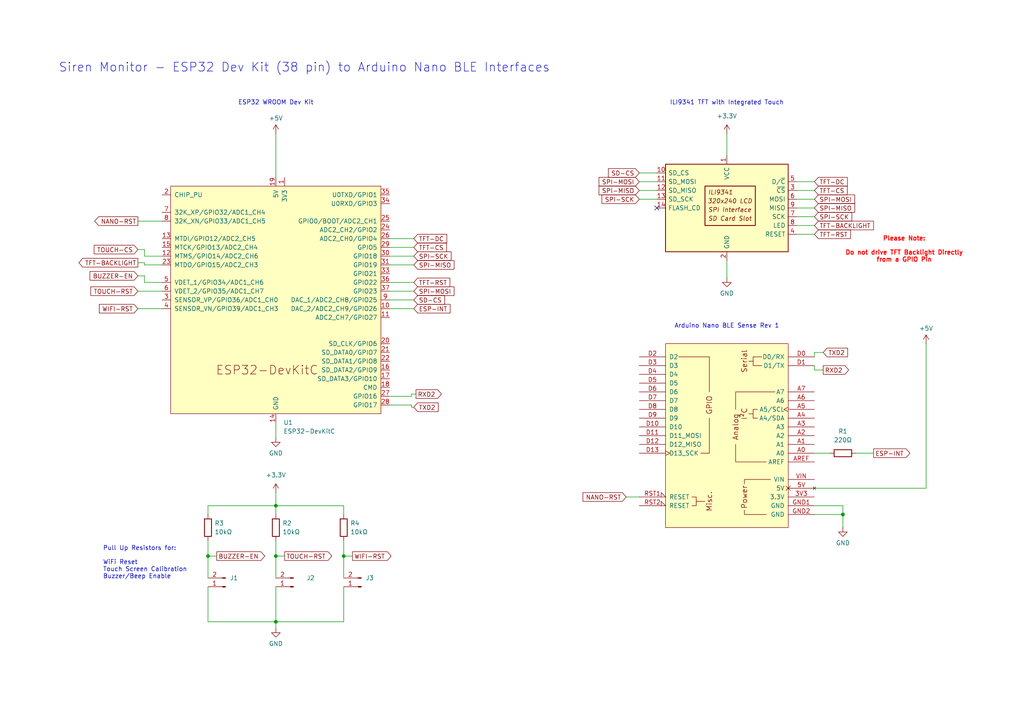
<source format=kicad_sch>
(kicad_sch
	(version 20231120)
	(generator "eeschema")
	(generator_version "8.0")
	(uuid "f526055e-7a87-4e5f-af37-2eb7fb5f32f2")
	(paper "A4")
	(lib_symbols
		(symbol "Conn_01x02_Pin_1"
			(pin_names
				(offset 1.016) hide)
			(exclude_from_sim no)
			(in_bom yes)
			(on_board yes)
			(property "Reference" "J"
				(at 0 2.54 0)
				(effects
					(font
						(size 1.27 1.27)
					)
				)
			)
			(property "Value" "Conn_01x02_Pin"
				(at 0 -5.08 0)
				(effects
					(font
						(size 1.27 1.27)
					)
				)
			)
			(property "Footprint" ""
				(at 0 0 0)
				(effects
					(font
						(size 1.27 1.27)
					)
					(hide yes)
				)
			)
			(property "Datasheet" "~"
				(at 0 0 0)
				(effects
					(font
						(size 1.27 1.27)
					)
					(hide yes)
				)
			)
			(property "Description" "Generic connector, single row, 01x02, script generated"
				(at 0 0 0)
				(effects
					(font
						(size 1.27 1.27)
					)
					(hide yes)
				)
			)
			(property "ki_locked" ""
				(at 0 0 0)
				(effects
					(font
						(size 1.27 1.27)
					)
				)
			)
			(property "ki_keywords" "connector"
				(at 0 0 0)
				(effects
					(font
						(size 1.27 1.27)
					)
					(hide yes)
				)
			)
			(property "ki_fp_filters" "Connector*:*_1x??_*"
				(at 0 0 0)
				(effects
					(font
						(size 1.27 1.27)
					)
					(hide yes)
				)
			)
			(symbol "Conn_01x02_Pin_1_1_1"
				(polyline
					(pts
						(xy 1.27 -2.54) (xy 0.8636 -2.54)
					)
					(stroke
						(width 0.1524)
						(type default)
					)
					(fill
						(type none)
					)
				)
				(polyline
					(pts
						(xy 1.27 0) (xy 0.8636 0)
					)
					(stroke
						(width 0.1524)
						(type default)
					)
					(fill
						(type none)
					)
				)
				(rectangle
					(start 0.8636 -2.413)
					(end 0 -2.667)
					(stroke
						(width 0.1524)
						(type default)
					)
					(fill
						(type outline)
					)
				)
				(rectangle
					(start 0.8636 0.127)
					(end 0 -0.127)
					(stroke
						(width 0.1524)
						(type default)
					)
					(fill
						(type outline)
					)
				)
				(pin passive line
					(at 5.08 0 180)
					(length 3.81)
					(name "Pin_1"
						(effects
							(font
								(size 1.27 1.27)
							)
						)
					)
					(number "1"
						(effects
							(font
								(size 1.27 1.27)
							)
						)
					)
				)
				(pin passive line
					(at 5.08 -2.54 180)
					(length 3.81)
					(name "Pin_2"
						(effects
							(font
								(size 1.27 1.27)
							)
						)
					)
					(number "2"
						(effects
							(font
								(size 1.27 1.27)
							)
						)
					)
				)
			)
		)
		(symbol "Conn_01x02_Pin_2"
			(pin_names
				(offset 1.016) hide)
			(exclude_from_sim no)
			(in_bom yes)
			(on_board yes)
			(property "Reference" "J"
				(at 0 2.54 0)
				(effects
					(font
						(size 1.27 1.27)
					)
				)
			)
			(property "Value" "Conn_01x02_Pin"
				(at 0 -5.08 0)
				(effects
					(font
						(size 1.27 1.27)
					)
				)
			)
			(property "Footprint" ""
				(at 0 0 0)
				(effects
					(font
						(size 1.27 1.27)
					)
					(hide yes)
				)
			)
			(property "Datasheet" "~"
				(at 0 0 0)
				(effects
					(font
						(size 1.27 1.27)
					)
					(hide yes)
				)
			)
			(property "Description" "Generic connector, single row, 01x02, script generated"
				(at 0 0 0)
				(effects
					(font
						(size 1.27 1.27)
					)
					(hide yes)
				)
			)
			(property "ki_locked" ""
				(at 0 0 0)
				(effects
					(font
						(size 1.27 1.27)
					)
				)
			)
			(property "ki_keywords" "connector"
				(at 0 0 0)
				(effects
					(font
						(size 1.27 1.27)
					)
					(hide yes)
				)
			)
			(property "ki_fp_filters" "Connector*:*_1x??_*"
				(at 0 0 0)
				(effects
					(font
						(size 1.27 1.27)
					)
					(hide yes)
				)
			)
			(symbol "Conn_01x02_Pin_2_1_1"
				(polyline
					(pts
						(xy 1.27 -2.54) (xy 0.8636 -2.54)
					)
					(stroke
						(width 0.1524)
						(type default)
					)
					(fill
						(type none)
					)
				)
				(polyline
					(pts
						(xy 1.27 0) (xy 0.8636 0)
					)
					(stroke
						(width 0.1524)
						(type default)
					)
					(fill
						(type none)
					)
				)
				(rectangle
					(start 0.8636 -2.413)
					(end 0 -2.667)
					(stroke
						(width 0.1524)
						(type default)
					)
					(fill
						(type outline)
					)
				)
				(rectangle
					(start 0.8636 0.127)
					(end 0 -0.127)
					(stroke
						(width 0.1524)
						(type default)
					)
					(fill
						(type outline)
					)
				)
				(pin passive line
					(at 5.08 0 180)
					(length 3.81)
					(name "Pin_1"
						(effects
							(font
								(size 1.27 1.27)
							)
						)
					)
					(number "1"
						(effects
							(font
								(size 1.27 1.27)
							)
						)
					)
				)
				(pin passive line
					(at 5.08 -2.54 180)
					(length 3.81)
					(name "Pin_2"
						(effects
							(font
								(size 1.27 1.27)
							)
						)
					)
					(number "2"
						(effects
							(font
								(size 1.27 1.27)
							)
						)
					)
				)
			)
		)
		(symbol "Connector:Conn_01x02_Pin"
			(pin_names
				(offset 1.016) hide)
			(exclude_from_sim no)
			(in_bom yes)
			(on_board yes)
			(property "Reference" "J"
				(at 0 2.54 0)
				(effects
					(font
						(size 1.27 1.27)
					)
				)
			)
			(property "Value" "Conn_01x02_Pin"
				(at 0 -5.08 0)
				(effects
					(font
						(size 1.27 1.27)
					)
				)
			)
			(property "Footprint" ""
				(at 0 0 0)
				(effects
					(font
						(size 1.27 1.27)
					)
					(hide yes)
				)
			)
			(property "Datasheet" "~"
				(at 0 0 0)
				(effects
					(font
						(size 1.27 1.27)
					)
					(hide yes)
				)
			)
			(property "Description" "Generic connector, single row, 01x02, script generated"
				(at 0 0 0)
				(effects
					(font
						(size 1.27 1.27)
					)
					(hide yes)
				)
			)
			(property "ki_locked" ""
				(at 0 0 0)
				(effects
					(font
						(size 1.27 1.27)
					)
				)
			)
			(property "ki_keywords" "connector"
				(at 0 0 0)
				(effects
					(font
						(size 1.27 1.27)
					)
					(hide yes)
				)
			)
			(property "ki_fp_filters" "Connector*:*_1x??_*"
				(at 0 0 0)
				(effects
					(font
						(size 1.27 1.27)
					)
					(hide yes)
				)
			)
			(symbol "Conn_01x02_Pin_1_1"
				(polyline
					(pts
						(xy 1.27 -2.54) (xy 0.8636 -2.54)
					)
					(stroke
						(width 0.1524)
						(type default)
					)
					(fill
						(type none)
					)
				)
				(polyline
					(pts
						(xy 1.27 0) (xy 0.8636 0)
					)
					(stroke
						(width 0.1524)
						(type default)
					)
					(fill
						(type none)
					)
				)
				(rectangle
					(start 0.8636 -2.413)
					(end 0 -2.667)
					(stroke
						(width 0.1524)
						(type default)
					)
					(fill
						(type outline)
					)
				)
				(rectangle
					(start 0.8636 0.127)
					(end 0 -0.127)
					(stroke
						(width 0.1524)
						(type default)
					)
					(fill
						(type outline)
					)
				)
				(pin passive line
					(at 5.08 0 180)
					(length 3.81)
					(name "Pin_1"
						(effects
							(font
								(size 1.27 1.27)
							)
						)
					)
					(number "1"
						(effects
							(font
								(size 1.27 1.27)
							)
						)
					)
				)
				(pin passive line
					(at 5.08 -2.54 180)
					(length 3.81)
					(name "Pin_2"
						(effects
							(font
								(size 1.27 1.27)
							)
						)
					)
					(number "2"
						(effects
							(font
								(size 1.27 1.27)
							)
						)
					)
				)
			)
		)
		(symbol "Device:R"
			(pin_numbers hide)
			(pin_names
				(offset 0)
			)
			(exclude_from_sim no)
			(in_bom yes)
			(on_board yes)
			(property "Reference" "R"
				(at 2.032 0 90)
				(effects
					(font
						(size 1.27 1.27)
					)
				)
			)
			(property "Value" "R"
				(at 0 0 90)
				(effects
					(font
						(size 1.27 1.27)
					)
				)
			)
			(property "Footprint" ""
				(at -1.778 0 90)
				(effects
					(font
						(size 1.27 1.27)
					)
					(hide yes)
				)
			)
			(property "Datasheet" "~"
				(at 0 0 0)
				(effects
					(font
						(size 1.27 1.27)
					)
					(hide yes)
				)
			)
			(property "Description" "Resistor"
				(at 0 0 0)
				(effects
					(font
						(size 1.27 1.27)
					)
					(hide yes)
				)
			)
			(property "ki_keywords" "R res resistor"
				(at 0 0 0)
				(effects
					(font
						(size 1.27 1.27)
					)
					(hide yes)
				)
			)
			(property "ki_fp_filters" "R_*"
				(at 0 0 0)
				(effects
					(font
						(size 1.27 1.27)
					)
					(hide yes)
				)
			)
			(symbol "R_0_1"
				(rectangle
					(start -1.016 -2.54)
					(end 1.016 2.54)
					(stroke
						(width 0.254)
						(type default)
					)
					(fill
						(type none)
					)
				)
			)
			(symbol "R_1_1"
				(pin passive line
					(at 0 3.81 270)
					(length 1.27)
					(name "~"
						(effects
							(font
								(size 1.27 1.27)
							)
						)
					)
					(number "1"
						(effects
							(font
								(size 1.27 1.27)
							)
						)
					)
				)
				(pin passive line
					(at 0 -3.81 90)
					(length 1.27)
					(name "~"
						(effects
							(font
								(size 1.27 1.27)
							)
						)
					)
					(number "2"
						(effects
							(font
								(size 1.27 1.27)
							)
						)
					)
				)
			)
		)
		(symbol "Driver_Display:CR2013-MI2120"
			(pin_names
				(offset 0.762)
			)
			(exclude_from_sim no)
			(in_bom yes)
			(on_board yes)
			(property "Reference" "U"
				(at -17.526 13.97 0)
				(effects
					(font
						(size 1.27 1.27)
					)
					(justify left)
				)
			)
			(property "Value" "CR2013-MI2120"
				(at 1.905 13.97 0)
				(effects
					(font
						(size 1.27 1.27)
					)
					(justify left)
				)
			)
			(property "Footprint" "Display:CR2013-MI2120"
				(at 0 -17.78 0)
				(effects
					(font
						(size 1.27 1.27)
					)
					(hide yes)
				)
			)
			(property "Datasheet" "http://pan.baidu.com/s/11Y990"
				(at -16.51 12.7 0)
				(effects
					(font
						(size 1.27 1.27)
					)
					(hide yes)
				)
			)
			(property "Description" "ILI9341 controller, SPI TFT LCD Display, 9-pin breakout PCB, 4-pin SD card interface, 5V/3.3V"
				(at 0 0 0)
				(effects
					(font
						(size 1.27 1.27)
					)
					(hide yes)
				)
			)
			(property "ki_keywords" "driver display"
				(at 0 0 0)
				(effects
					(font
						(size 1.27 1.27)
					)
					(hide yes)
				)
			)
			(property "ki_fp_filters" "*CR2013*MI2120*"
				(at 0 0 0)
				(effects
					(font
						(size 1.27 1.27)
					)
					(hide yes)
				)
			)
			(symbol "CR2013-MI2120_0_0"
				(text "320x240 LCD"
					(at 0.889 2.032 0)
					(effects
						(font
							(size 1.27 1.27)
							(italic yes)
						)
					)
				)
				(text "ILI9341"
					(at -5.461 4.572 0)
					(effects
						(font
							(size 1.27 1.27)
							(italic yes)
						)
						(justify left)
					)
				)
				(text "SD Card Slot"
					(at -5.461 -3.048 0)
					(effects
						(font
							(size 1.27 1.27)
							(italic yes)
						)
						(justify left)
					)
				)
				(text "SPI Interface"
					(at -5.461 -0.508 0)
					(effects
						(font
							(size 1.27 1.27)
							(italic yes)
						)
						(justify left)
					)
				)
			)
			(symbol "CR2013-MI2120_0_1"
				(rectangle
					(start -17.78 12.7)
					(end 17.78 -12.7)
					(stroke
						(width 0.254)
						(type default)
					)
					(fill
						(type background)
					)
				)
				(rectangle
					(start -6.35 6.35)
					(end 8.255 -5.08)
					(stroke
						(width 0.254)
						(type default)
					)
					(fill
						(type none)
					)
				)
			)
			(symbol "CR2013-MI2120_1_1"
				(pin power_in line
					(at 0 15.24 270)
					(length 2.54)
					(name "VCC"
						(effects
							(font
								(size 1.27 1.27)
							)
						)
					)
					(number "1"
						(effects
							(font
								(size 1.27 1.27)
							)
						)
					)
				)
				(pin input line
					(at -20.32 10.16 0)
					(length 2.54)
					(name "SD_CS"
						(effects
							(font
								(size 1.27 1.27)
							)
						)
					)
					(number "10"
						(effects
							(font
								(size 1.27 1.27)
							)
						)
					)
				)
				(pin input line
					(at -20.32 7.62 0)
					(length 2.54)
					(name "SD_MOSI"
						(effects
							(font
								(size 1.27 1.27)
							)
						)
					)
					(number "11"
						(effects
							(font
								(size 1.27 1.27)
							)
						)
					)
				)
				(pin output line
					(at -20.32 5.08 0)
					(length 2.54)
					(name "SD_MISO"
						(effects
							(font
								(size 1.27 1.27)
							)
						)
					)
					(number "12"
						(effects
							(font
								(size 1.27 1.27)
							)
						)
					)
				)
				(pin input line
					(at -20.32 2.54 0)
					(length 2.54)
					(name "SD_SCK"
						(effects
							(font
								(size 1.27 1.27)
							)
						)
					)
					(number "13"
						(effects
							(font
								(size 1.27 1.27)
							)
						)
					)
				)
				(pin input line
					(at -20.32 0 0)
					(length 2.54)
					(name "FLASH_CD"
						(effects
							(font
								(size 1.27 1.27)
							)
						)
					)
					(number "14"
						(effects
							(font
								(size 1.27 1.27)
							)
						)
					)
				)
				(pin power_in line
					(at 0 -15.24 90)
					(length 2.54)
					(name "GND"
						(effects
							(font
								(size 1.27 1.27)
							)
						)
					)
					(number "2"
						(effects
							(font
								(size 1.27 1.27)
							)
						)
					)
				)
				(pin input line
					(at 20.32 5.08 180)
					(length 2.54)
					(name "~{CS}"
						(effects
							(font
								(size 1.27 1.27)
							)
						)
					)
					(number "3"
						(effects
							(font
								(size 1.27 1.27)
							)
						)
					)
				)
				(pin input line
					(at 20.32 -7.62 180)
					(length 2.54)
					(name "RESET"
						(effects
							(font
								(size 1.27 1.27)
							)
						)
					)
					(number "4"
						(effects
							(font
								(size 1.27 1.27)
							)
						)
					)
				)
				(pin input line
					(at 20.32 7.62 180)
					(length 2.54)
					(name "D/~{C}"
						(effects
							(font
								(size 1.27 1.27)
							)
						)
					)
					(number "5"
						(effects
							(font
								(size 1.27 1.27)
							)
						)
					)
				)
				(pin input line
					(at 20.32 2.54 180)
					(length 2.54)
					(name "MOSI"
						(effects
							(font
								(size 1.27 1.27)
							)
						)
					)
					(number "6"
						(effects
							(font
								(size 1.27 1.27)
							)
						)
					)
				)
				(pin input line
					(at 20.32 -2.54 180)
					(length 2.54)
					(name "SCK"
						(effects
							(font
								(size 1.27 1.27)
							)
						)
					)
					(number "7"
						(effects
							(font
								(size 1.27 1.27)
							)
						)
					)
				)
				(pin input line
					(at 20.32 -5.08 180)
					(length 2.54)
					(name "LED"
						(effects
							(font
								(size 1.27 1.27)
							)
						)
					)
					(number "8"
						(effects
							(font
								(size 1.27 1.27)
							)
						)
					)
				)
				(pin output line
					(at 20.32 0 180)
					(length 2.54)
					(name "MISO"
						(effects
							(font
								(size 1.27 1.27)
							)
						)
					)
					(number "9"
						(effects
							(font
								(size 1.27 1.27)
							)
						)
					)
				)
			)
		)
		(symbol "PCM_Espressif:ESP32-DevKitC"
			(pin_names
				(offset 1.016)
			)
			(exclude_from_sim no)
			(in_bom yes)
			(on_board yes)
			(property "Reference" "U"
				(at -30.48 38.1 0)
				(effects
					(font
						(size 1.27 1.27)
					)
					(justify left)
				)
			)
			(property "Value" "ESP32-DevKitC"
				(at -30.48 35.56 0)
				(effects
					(font
						(size 1.27 1.27)
					)
					(justify left)
				)
			)
			(property "Footprint" "PCM_Espressif:ESP32-DevKitC"
				(at 0 -43.18 0)
				(effects
					(font
						(size 1.27 1.27)
					)
					(hide yes)
				)
			)
			(property "Datasheet" "https://docs.espressif.com/projects/esp-idf/zh_CN/latest/esp32/hw-reference/esp32/get-started-devkitc.html"
				(at 0 -45.72 0)
				(effects
					(font
						(size 1.27 1.27)
					)
					(hide yes)
				)
			)
			(property "Description" "Development Kit"
				(at 0 0 0)
				(effects
					(font
						(size 1.27 1.27)
					)
					(hide yes)
				)
			)
			(property "ki_keywords" "ESP32"
				(at 0 0 0)
				(effects
					(font
						(size 1.27 1.27)
					)
					(hide yes)
				)
			)
			(symbol "ESP32-DevKitC_0_0"
				(text "ESP32-DevKitC"
					(at -2.54 -20.32 0)
					(effects
						(font
							(size 2.54 2.54)
						)
					)
				)
				(pin power_in line
					(at 0 -35.56 90)
					(length 2.54)
					(name "GND"
						(effects
							(font
								(size 1.27 1.27)
							)
						)
					)
					(number "14"
						(effects
							(font
								(size 1.27 1.27)
							)
						)
					)
				)
				(pin power_in line
					(at 0 35.56 270)
					(length 2.54)
					(name "5V"
						(effects
							(font
								(size 1.27 1.27)
							)
						)
					)
					(number "19"
						(effects
							(font
								(size 1.27 1.27)
							)
						)
					)
				)
			)
			(symbol "ESP32-DevKitC_0_1"
				(rectangle
					(start -30.48 33.02)
					(end 30.48 -33.02)
					(stroke
						(width 0)
						(type default)
					)
					(fill
						(type background)
					)
				)
			)
			(symbol "ESP32-DevKitC_1_1"
				(pin power_in line
					(at 2.54 35.56 270)
					(length 2.54)
					(name "3V3"
						(effects
							(font
								(size 1.27 1.27)
							)
						)
					)
					(number "1"
						(effects
							(font
								(size 1.27 1.27)
							)
						)
					)
				)
				(pin bidirectional line
					(at 33.02 -2.54 180)
					(length 2.54)
					(name "DAC_2/ADC2_CH9/GPIO26"
						(effects
							(font
								(size 1.27 1.27)
							)
						)
					)
					(number "10"
						(effects
							(font
								(size 1.27 1.27)
							)
						)
					)
				)
				(pin bidirectional line
					(at 33.02 -5.08 180)
					(length 2.54)
					(name "ADC2_CH7/GPIO27"
						(effects
							(font
								(size 1.27 1.27)
							)
						)
					)
					(number "11"
						(effects
							(font
								(size 1.27 1.27)
							)
						)
					)
				)
				(pin bidirectional line
					(at -33.02 12.7 0)
					(length 2.54)
					(name "MTMS/GPIO14/ADC2_CH6"
						(effects
							(font
								(size 1.27 1.27)
							)
						)
					)
					(number "12"
						(effects
							(font
								(size 1.27 1.27)
							)
						)
					)
				)
				(pin bidirectional line
					(at -33.02 17.78 0)
					(length 2.54)
					(name "MTDI/GPIO12/ADC2_CH5"
						(effects
							(font
								(size 1.27 1.27)
							)
						)
					)
					(number "13"
						(effects
							(font
								(size 1.27 1.27)
							)
						)
					)
				)
				(pin bidirectional line
					(at -33.02 15.24 0)
					(length 2.54)
					(name "MTCK/GPIO13/ADC2_CH4"
						(effects
							(font
								(size 1.27 1.27)
							)
						)
					)
					(number "15"
						(effects
							(font
								(size 1.27 1.27)
							)
						)
					)
				)
				(pin bidirectional line
					(at 33.02 -20.32 180)
					(length 2.54)
					(name "SD_DATA2/GPIO9"
						(effects
							(font
								(size 1.27 1.27)
							)
						)
					)
					(number "16"
						(effects
							(font
								(size 1.27 1.27)
							)
						)
					)
				)
				(pin bidirectional line
					(at 33.02 -22.86 180)
					(length 2.54)
					(name "SD_DATA3/GPIO10"
						(effects
							(font
								(size 1.27 1.27)
							)
						)
					)
					(number "17"
						(effects
							(font
								(size 1.27 1.27)
							)
						)
					)
				)
				(pin bidirectional line
					(at 33.02 -25.4 180)
					(length 2.54)
					(name "CMD"
						(effects
							(font
								(size 1.27 1.27)
							)
						)
					)
					(number "18"
						(effects
							(font
								(size 1.27 1.27)
							)
						)
					)
				)
				(pin input line
					(at -33.02 30.48 0)
					(length 2.54)
					(name "CHIP_PU"
						(effects
							(font
								(size 1.27 1.27)
							)
						)
					)
					(number "2"
						(effects
							(font
								(size 1.27 1.27)
							)
						)
					)
				)
				(pin bidirectional line
					(at 33.02 -12.7 180)
					(length 2.54)
					(name "SD_CLK/GPIO6"
						(effects
							(font
								(size 1.27 1.27)
							)
						)
					)
					(number "20"
						(effects
							(font
								(size 1.27 1.27)
							)
						)
					)
				)
				(pin bidirectional line
					(at 33.02 -15.24 180)
					(length 2.54)
					(name "SD_DATA0/GPIO7"
						(effects
							(font
								(size 1.27 1.27)
							)
						)
					)
					(number "21"
						(effects
							(font
								(size 1.27 1.27)
							)
						)
					)
				)
				(pin bidirectional line
					(at 33.02 -17.78 180)
					(length 2.54)
					(name "SD_DATA1/GPIO8"
						(effects
							(font
								(size 1.27 1.27)
							)
						)
					)
					(number "22"
						(effects
							(font
								(size 1.27 1.27)
							)
						)
					)
				)
				(pin bidirectional line
					(at -33.02 10.16 0)
					(length 2.54)
					(name "MTDO/GPIO15/ADC2_CH3"
						(effects
							(font
								(size 1.27 1.27)
							)
						)
					)
					(number "23"
						(effects
							(font
								(size 1.27 1.27)
							)
						)
					)
				)
				(pin bidirectional line
					(at 33.02 20.32 180)
					(length 2.54)
					(name "ADC2_CH2/GPIO2"
						(effects
							(font
								(size 1.27 1.27)
							)
						)
					)
					(number "24"
						(effects
							(font
								(size 1.27 1.27)
							)
						)
					)
				)
				(pin bidirectional line
					(at 33.02 22.86 180)
					(length 2.54)
					(name "GPIO0/BOOT/ADC2_CH1"
						(effects
							(font
								(size 1.27 1.27)
							)
						)
					)
					(number "25"
						(effects
							(font
								(size 1.27 1.27)
							)
						)
					)
				)
				(pin bidirectional line
					(at 33.02 17.78 180)
					(length 2.54)
					(name "ADC2_CH0/GPIO4"
						(effects
							(font
								(size 1.27 1.27)
							)
						)
					)
					(number "26"
						(effects
							(font
								(size 1.27 1.27)
							)
						)
					)
				)
				(pin bidirectional line
					(at 33.02 -27.94 180)
					(length 2.54)
					(name "GPIO16"
						(effects
							(font
								(size 1.27 1.27)
							)
						)
					)
					(number "27"
						(effects
							(font
								(size 1.27 1.27)
							)
						)
					)
				)
				(pin bidirectional line
					(at 33.02 -30.48 180)
					(length 2.54)
					(name "GPIO17"
						(effects
							(font
								(size 1.27 1.27)
							)
						)
					)
					(number "28"
						(effects
							(font
								(size 1.27 1.27)
							)
						)
					)
				)
				(pin bidirectional line
					(at 33.02 15.24 180)
					(length 2.54)
					(name "GPIO5"
						(effects
							(font
								(size 1.27 1.27)
							)
						)
					)
					(number "29"
						(effects
							(font
								(size 1.27 1.27)
							)
						)
					)
				)
				(pin input line
					(at -33.02 0 0)
					(length 2.54)
					(name "SENSOR_VP/GPIO36/ADC1_CH0"
						(effects
							(font
								(size 1.27 1.27)
							)
						)
					)
					(number "3"
						(effects
							(font
								(size 1.27 1.27)
							)
						)
					)
				)
				(pin bidirectional line
					(at 33.02 12.7 180)
					(length 2.54)
					(name "GPIO18"
						(effects
							(font
								(size 1.27 1.27)
							)
						)
					)
					(number "30"
						(effects
							(font
								(size 1.27 1.27)
							)
						)
					)
				)
				(pin bidirectional line
					(at 33.02 10.16 180)
					(length 2.54)
					(name "GPIO19"
						(effects
							(font
								(size 1.27 1.27)
							)
						)
					)
					(number "31"
						(effects
							(font
								(size 1.27 1.27)
							)
						)
					)
				)
				(pin passive line
					(at 0 -35.56 90)
					(length 2.54) hide
					(name "GND"
						(effects
							(font
								(size 1.27 1.27)
							)
						)
					)
					(number "32"
						(effects
							(font
								(size 1.27 1.27)
							)
						)
					)
				)
				(pin bidirectional line
					(at 33.02 7.62 180)
					(length 2.54)
					(name "GPIO21"
						(effects
							(font
								(size 1.27 1.27)
							)
						)
					)
					(number "33"
						(effects
							(font
								(size 1.27 1.27)
							)
						)
					)
				)
				(pin bidirectional line
					(at 33.02 27.94 180)
					(length 2.54)
					(name "U0RXD/GPIO3"
						(effects
							(font
								(size 1.27 1.27)
							)
						)
					)
					(number "34"
						(effects
							(font
								(size 1.27 1.27)
							)
						)
					)
				)
				(pin bidirectional line
					(at 33.02 30.48 180)
					(length 2.54)
					(name "U0TXD/GPIO1"
						(effects
							(font
								(size 1.27 1.27)
							)
						)
					)
					(number "35"
						(effects
							(font
								(size 1.27 1.27)
							)
						)
					)
				)
				(pin bidirectional line
					(at 33.02 5.08 180)
					(length 2.54)
					(name "GPIO22"
						(effects
							(font
								(size 1.27 1.27)
							)
						)
					)
					(number "36"
						(effects
							(font
								(size 1.27 1.27)
							)
						)
					)
				)
				(pin bidirectional line
					(at 33.02 2.54 180)
					(length 2.54)
					(name "GPIO23"
						(effects
							(font
								(size 1.27 1.27)
							)
						)
					)
					(number "37"
						(effects
							(font
								(size 1.27 1.27)
							)
						)
					)
				)
				(pin passive line
					(at 0 -35.56 90)
					(length 2.54) hide
					(name "GND"
						(effects
							(font
								(size 1.27 1.27)
							)
						)
					)
					(number "38"
						(effects
							(font
								(size 1.27 1.27)
							)
						)
					)
				)
				(pin input line
					(at -33.02 -2.54 0)
					(length 2.54)
					(name "SENSOR_VN/GPIO39/ADC1_CH3"
						(effects
							(font
								(size 1.27 1.27)
							)
						)
					)
					(number "4"
						(effects
							(font
								(size 1.27 1.27)
							)
						)
					)
				)
				(pin input line
					(at -33.02 5.08 0)
					(length 2.54)
					(name "VDET_1/GPIO34/ADC1_CH6"
						(effects
							(font
								(size 1.27 1.27)
							)
						)
					)
					(number "5"
						(effects
							(font
								(size 1.27 1.27)
							)
						)
					)
				)
				(pin input line
					(at -33.02 2.54 0)
					(length 2.54)
					(name "VDET_2/GPIO35/ADC1_CH7"
						(effects
							(font
								(size 1.27 1.27)
							)
						)
					)
					(number "6"
						(effects
							(font
								(size 1.27 1.27)
							)
						)
					)
				)
				(pin bidirectional line
					(at -33.02 25.4 0)
					(length 2.54)
					(name "32K_XP/GPIO32/ADC1_CH4"
						(effects
							(font
								(size 1.27 1.27)
							)
						)
					)
					(number "7"
						(effects
							(font
								(size 1.27 1.27)
							)
						)
					)
				)
				(pin bidirectional line
					(at -33.02 22.86 0)
					(length 2.54)
					(name "32K_XN/GPIO33/ADC1_CH5"
						(effects
							(font
								(size 1.27 1.27)
							)
						)
					)
					(number "8"
						(effects
							(font
								(size 1.27 1.27)
							)
						)
					)
				)
				(pin bidirectional line
					(at 33.02 0 180)
					(length 2.54)
					(name "DAC_1/ADC2_CH8/GPIO25"
						(effects
							(font
								(size 1.27 1.27)
							)
						)
					)
					(number "9"
						(effects
							(font
								(size 1.27 1.27)
							)
						)
					)
				)
			)
		)
		(symbol "PCM_arduino-library:Arduino_Nano_33_BLE_Socket"
			(pin_names
				(offset 1.016)
			)
			(exclude_from_sim no)
			(in_bom yes)
			(on_board yes)
			(property "Reference" "A"
				(at 0 33.02 0)
				(effects
					(font
						(size 1.524 1.524)
					)
				)
			)
			(property "Value" "Arduino_Nano_33_BLE_Socket"
				(at 0 29.21 0)
				(effects
					(font
						(size 1.524 1.524)
					)
				)
			)
			(property "Footprint" "PCM_arduino-library:Arduino_Nano_Every_Socket"
				(at 0 -34.29 0)
				(effects
					(font
						(size 1.524 1.524)
					)
					(hide yes)
				)
			)
			(property "Datasheet" "https://docs.arduino.cc/hardware/nano-33-ble"
				(at 0 -30.48 0)
				(effects
					(font
						(size 1.524 1.524)
					)
					(hide yes)
				)
			)
			(property "Description" "Socket for Arduino Nano 33 BLE"
				(at 0 0 0)
				(effects
					(font
						(size 1.27 1.27)
					)
					(hide yes)
				)
			)
			(property "ki_keywords" "Arduino MPU Shield"
				(at 0 0 0)
				(effects
					(font
						(size 1.27 1.27)
					)
					(hide yes)
				)
			)
			(property "ki_fp_filters" "Arduino_Nano_Every_Socket"
				(at 0 0 0)
				(effects
					(font
						(size 1.27 1.27)
					)
					(hide yes)
				)
			)
			(symbol "Arduino_Nano_33_BLE_Socket_0_0"
				(rectangle
					(start -17.78 26.67)
					(end 17.78 -26.67)
					(stroke
						(width 0)
						(type default)
					)
					(fill
						(type background)
					)
				)
				(polyline
					(pts
						(xy -7.62 6.35) (xy -6.35 6.35)
					)
					(stroke
						(width 0)
						(type default)
					)
					(fill
						(type none)
					)
				)
				(polyline
					(pts
						(xy -7.62 21.59) (xy -6.35 21.59)
					)
					(stroke
						(width 0)
						(type default)
					)
					(fill
						(type none)
					)
				)
				(polyline
					(pts
						(xy 8.89 -19.05) (xy 6.35 -19.05)
					)
					(stroke
						(width 0)
						(type default)
					)
					(fill
						(type none)
					)
				)
				(polyline
					(pts
						(xy -11.43 -22.86) (xy -5.08 -22.86) (xy -5.08 -21.59)
					)
					(stroke
						(width 0)
						(type default)
					)
					(fill
						(type none)
					)
				)
				(polyline
					(pts
						(xy -5.08 -13.97) (xy -5.08 -12.7) (xy -12.7 -12.7)
					)
					(stroke
						(width 0)
						(type default)
					)
					(fill
						(type none)
					)
				)
				(polyline
					(pts
						(xy -10.16 22.86) (xy -7.62 22.86) (xy -7.62 20.32) (xy -10.16 20.32)
					)
					(stroke
						(width 0)
						(type default)
					)
					(fill
						(type none)
					)
				)
				(polyline
					(pts
						(xy -8.89 7.62) (xy -7.62 7.62) (xy -7.62 5.08) (xy -8.89 5.08)
					)
					(stroke
						(width 0)
						(type default)
					)
					(fill
						(type none)
					)
				)
				(text "Analog"
					(at -2.54 2.54 900)
					(effects
						(font
							(size 1.524 1.524)
						)
					)
				)
				(text "I²C"
					(at -5.08 6.35 900)
					(effects
						(font
							(size 1.524 1.524)
						)
					)
				)
				(text "Misc."
					(at 5.08 -19.05 900)
					(effects
						(font
							(size 1.524 1.524)
						)
					)
				)
				(text "Power"
					(at -5.08 -17.78 900)
					(effects
						(font
							(size 1.524 1.524)
						)
					)
				)
				(text "Serial"
					(at -5.08 21.59 900)
					(effects
						(font
							(size 1.524 1.524)
						)
					)
				)
			)
			(symbol "Arduino_Nano_33_BLE_Socket_0_1"
				(polyline
					(pts
						(xy -13.97 12.7) (xy -2.54 12.7) (xy -2.54 7.62)
					)
					(stroke
						(width 0)
						(type default)
					)
					(fill
						(type none)
					)
				)
				(polyline
					(pts
						(xy -11.43 -7.62) (xy -2.54 -7.62) (xy -2.54 -2.54)
					)
					(stroke
						(width 0)
						(type default)
					)
					(fill
						(type none)
					)
				)
				(polyline
					(pts
						(xy 7.62 -5.08) (xy 5.08 -5.08) (xy 5.08 5.08)
					)
					(stroke
						(width 0)
						(type default)
					)
					(fill
						(type none)
					)
				)
				(polyline
					(pts
						(xy 13.97 22.86) (xy 5.08 22.86) (xy 5.08 12.7)
					)
					(stroke
						(width 0)
						(type default)
					)
					(fill
						(type none)
					)
				)
				(polyline
					(pts
						(xy 10.16 -17.78) (xy 8.89 -17.78) (xy 8.89 -20.32) (xy 10.16 -20.32)
					)
					(stroke
						(width 0)
						(type default)
					)
					(fill
						(type none)
					)
				)
			)
			(symbol "Arduino_Nano_33_BLE_Socket_1_0"
				(text "GPIO"
					(at 5.08 8.89 900)
					(effects
						(font
							(size 1.524 1.524)
						)
					)
				)
			)
			(symbol "Arduino_Nano_33_BLE_Socket_1_1"
				(pin power_in line
					(at -25.4 -17.78 0)
					(length 7.62)
					(name "3.3V"
						(effects
							(font
								(size 1.27 1.27)
							)
						)
					)
					(number "3V3"
						(effects
							(font
								(size 1.27 1.27)
							)
						)
					)
				)
				(pin no_connect non_logic
					(at -25.4 -15.24 0)
					(length 7.62)
					(name "5V"
						(effects
							(font
								(size 1.27 1.27)
							)
						)
					)
					(number "5V"
						(effects
							(font
								(size 1.27 1.27)
							)
						)
					)
				)
				(pin bidirectional line
					(at -25.4 -5.08 0)
					(length 7.62)
					(name "A0"
						(effects
							(font
								(size 1.27 1.27)
							)
						)
					)
					(number "A0"
						(effects
							(font
								(size 1.27 1.27)
							)
						)
					)
				)
				(pin bidirectional line
					(at -25.4 -2.54 0)
					(length 7.62)
					(name "A1"
						(effects
							(font
								(size 1.27 1.27)
							)
						)
					)
					(number "A1"
						(effects
							(font
								(size 1.27 1.27)
							)
						)
					)
				)
				(pin bidirectional line
					(at -25.4 0 0)
					(length 7.62)
					(name "A2"
						(effects
							(font
								(size 1.27 1.27)
							)
						)
					)
					(number "A2"
						(effects
							(font
								(size 1.27 1.27)
							)
						)
					)
				)
				(pin bidirectional line
					(at -25.4 2.54 0)
					(length 7.62)
					(name "A3"
						(effects
							(font
								(size 1.27 1.27)
							)
						)
					)
					(number "A3"
						(effects
							(font
								(size 1.27 1.27)
							)
						)
					)
				)
				(pin bidirectional line
					(at -25.4 5.08 0)
					(length 7.62)
					(name "A4/SDA"
						(effects
							(font
								(size 1.27 1.27)
							)
						)
					)
					(number "A4"
						(effects
							(font
								(size 1.27 1.27)
							)
						)
					)
				)
				(pin bidirectional clock
					(at -25.4 7.62 0)
					(length 7.62)
					(name "A5/SCL"
						(effects
							(font
								(size 1.27 1.27)
							)
						)
					)
					(number "A5"
						(effects
							(font
								(size 1.27 1.27)
							)
						)
					)
				)
				(pin input line
					(at -25.4 10.16 0)
					(length 7.62)
					(name "A6"
						(effects
							(font
								(size 1.27 1.27)
							)
						)
					)
					(number "A6"
						(effects
							(font
								(size 1.27 1.27)
							)
						)
					)
				)
				(pin input line
					(at -25.4 12.7 0)
					(length 7.62)
					(name "A7"
						(effects
							(font
								(size 1.27 1.27)
							)
						)
					)
					(number "A7"
						(effects
							(font
								(size 1.27 1.27)
							)
						)
					)
				)
				(pin input line
					(at -25.4 -7.62 0)
					(length 7.62)
					(name "AREF"
						(effects
							(font
								(size 1.27 1.27)
							)
						)
					)
					(number "AREF"
						(effects
							(font
								(size 1.27 1.27)
							)
						)
					)
				)
				(pin bidirectional line
					(at -25.4 22.86 0)
					(length 7.62)
					(name "D0/RX"
						(effects
							(font
								(size 1.27 1.27)
							)
						)
					)
					(number "D0"
						(effects
							(font
								(size 1.27 1.27)
							)
						)
					)
				)
				(pin bidirectional line
					(at -25.4 20.32 0)
					(length 7.62)
					(name "D1/TX"
						(effects
							(font
								(size 1.27 1.27)
							)
						)
					)
					(number "D1"
						(effects
							(font
								(size 1.27 1.27)
							)
						)
					)
				)
				(pin bidirectional line
					(at 25.4 2.54 180)
					(length 7.62)
					(name "D10"
						(effects
							(font
								(size 1.27 1.27)
							)
						)
					)
					(number "D10"
						(effects
							(font
								(size 1.27 1.27)
							)
						)
					)
				)
				(pin bidirectional line
					(at 25.4 0 180)
					(length 7.62)
					(name "D11_MOSI"
						(effects
							(font
								(size 1.27 1.27)
							)
						)
					)
					(number "D11"
						(effects
							(font
								(size 1.27 1.27)
							)
						)
					)
				)
				(pin bidirectional line
					(at 25.4 -2.54 180)
					(length 7.62)
					(name "D12_MISO"
						(effects
							(font
								(size 1.27 1.27)
							)
						)
					)
					(number "D12"
						(effects
							(font
								(size 1.27 1.27)
							)
						)
					)
				)
				(pin bidirectional clock
					(at 25.4 -5.08 180)
					(length 7.62)
					(name "D13_SCK"
						(effects
							(font
								(size 1.27 1.27)
							)
						)
					)
					(number "D13"
						(effects
							(font
								(size 1.27 1.27)
							)
						)
					)
				)
				(pin bidirectional line
					(at 25.4 22.86 180)
					(length 7.62)
					(name "D2"
						(effects
							(font
								(size 1.27 1.27)
							)
						)
					)
					(number "D2"
						(effects
							(font
								(size 1.27 1.27)
							)
						)
					)
				)
				(pin bidirectional line
					(at 25.4 20.32 180)
					(length 7.62)
					(name "D3"
						(effects
							(font
								(size 1.27 1.27)
							)
						)
					)
					(number "D3"
						(effects
							(font
								(size 1.27 1.27)
							)
						)
					)
				)
				(pin bidirectional line
					(at 25.4 17.78 180)
					(length 7.62)
					(name "D4"
						(effects
							(font
								(size 1.27 1.27)
							)
						)
					)
					(number "D4"
						(effects
							(font
								(size 1.27 1.27)
							)
						)
					)
				)
				(pin bidirectional line
					(at 25.4 15.24 180)
					(length 7.62)
					(name "D5"
						(effects
							(font
								(size 1.27 1.27)
							)
						)
					)
					(number "D5"
						(effects
							(font
								(size 1.27 1.27)
							)
						)
					)
				)
				(pin bidirectional line
					(at 25.4 12.7 180)
					(length 7.62)
					(name "D6"
						(effects
							(font
								(size 1.27 1.27)
							)
						)
					)
					(number "D6"
						(effects
							(font
								(size 1.27 1.27)
							)
						)
					)
				)
				(pin bidirectional line
					(at 25.4 10.16 180)
					(length 7.62)
					(name "D7"
						(effects
							(font
								(size 1.27 1.27)
							)
						)
					)
					(number "D7"
						(effects
							(font
								(size 1.27 1.27)
							)
						)
					)
				)
				(pin bidirectional line
					(at 25.4 7.62 180)
					(length 7.62)
					(name "D8"
						(effects
							(font
								(size 1.27 1.27)
							)
						)
					)
					(number "D8"
						(effects
							(font
								(size 1.27 1.27)
							)
						)
					)
				)
				(pin bidirectional line
					(at 25.4 5.08 180)
					(length 7.62)
					(name "D9"
						(effects
							(font
								(size 1.27 1.27)
							)
						)
					)
					(number "D9"
						(effects
							(font
								(size 1.27 1.27)
							)
						)
					)
				)
				(pin power_in line
					(at -25.4 -20.32 0)
					(length 7.62)
					(name "GND"
						(effects
							(font
								(size 1.27 1.27)
							)
						)
					)
					(number "GND1"
						(effects
							(font
								(size 1.27 1.27)
							)
						)
					)
				)
				(pin power_in line
					(at -25.4 -22.86 0)
					(length 7.62)
					(name "GND"
						(effects
							(font
								(size 1.27 1.27)
							)
						)
					)
					(number "GND2"
						(effects
							(font
								(size 1.27 1.27)
							)
						)
					)
				)
				(pin open_collector input_low
					(at 25.4 -17.78 180)
					(length 7.62)
					(name "RESET"
						(effects
							(font
								(size 1.27 1.27)
							)
						)
					)
					(number "RST1"
						(effects
							(font
								(size 1.27 1.27)
							)
						)
					)
				)
				(pin open_collector input_low
					(at 25.4 -20.32 180)
					(length 7.62)
					(name "RESET"
						(effects
							(font
								(size 1.27 1.27)
							)
						)
					)
					(number "RST2"
						(effects
							(font
								(size 1.27 1.27)
							)
						)
					)
				)
				(pin power_in line
					(at -25.4 -12.7 0)
					(length 7.62)
					(name "VIN"
						(effects
							(font
								(size 1.27 1.27)
							)
						)
					)
					(number "VIN"
						(effects
							(font
								(size 1.27 1.27)
							)
						)
					)
				)
			)
		)
		(symbol "R_1"
			(pin_numbers hide)
			(pin_names
				(offset 0)
			)
			(exclude_from_sim no)
			(in_bom yes)
			(on_board yes)
			(property "Reference" "R"
				(at 2.032 0 90)
				(effects
					(font
						(size 1.27 1.27)
					)
				)
			)
			(property "Value" "R"
				(at 0 0 90)
				(effects
					(font
						(size 1.27 1.27)
					)
				)
			)
			(property "Footprint" ""
				(at -1.778 0 90)
				(effects
					(font
						(size 1.27 1.27)
					)
					(hide yes)
				)
			)
			(property "Datasheet" "~"
				(at 0 0 0)
				(effects
					(font
						(size 1.27 1.27)
					)
					(hide yes)
				)
			)
			(property "Description" "Resistor"
				(at 0 0 0)
				(effects
					(font
						(size 1.27 1.27)
					)
					(hide yes)
				)
			)
			(property "ki_keywords" "R res resistor"
				(at 0 0 0)
				(effects
					(font
						(size 1.27 1.27)
					)
					(hide yes)
				)
			)
			(property "ki_fp_filters" "R_*"
				(at 0 0 0)
				(effects
					(font
						(size 1.27 1.27)
					)
					(hide yes)
				)
			)
			(symbol "R_1_0_1"
				(rectangle
					(start -1.016 -2.54)
					(end 1.016 2.54)
					(stroke
						(width 0.254)
						(type default)
					)
					(fill
						(type none)
					)
				)
			)
			(symbol "R_1_1_1"
				(pin passive line
					(at 0 3.81 270)
					(length 1.27)
					(name "~"
						(effects
							(font
								(size 1.27 1.27)
							)
						)
					)
					(number "1"
						(effects
							(font
								(size 1.27 1.27)
							)
						)
					)
				)
				(pin passive line
					(at 0 -3.81 90)
					(length 1.27)
					(name "~"
						(effects
							(font
								(size 1.27 1.27)
							)
						)
					)
					(number "2"
						(effects
							(font
								(size 1.27 1.27)
							)
						)
					)
				)
			)
		)
		(symbol "power:+3.3V"
			(power)
			(pin_numbers hide)
			(pin_names
				(offset 0) hide)
			(exclude_from_sim no)
			(in_bom yes)
			(on_board yes)
			(property "Reference" "#PWR"
				(at 0 -3.81 0)
				(effects
					(font
						(size 1.27 1.27)
					)
					(hide yes)
				)
			)
			(property "Value" "+3.3V"
				(at 0 3.556 0)
				(effects
					(font
						(size 1.27 1.27)
					)
				)
			)
			(property "Footprint" ""
				(at 0 0 0)
				(effects
					(font
						(size 1.27 1.27)
					)
					(hide yes)
				)
			)
			(property "Datasheet" ""
				(at 0 0 0)
				(effects
					(font
						(size 1.27 1.27)
					)
					(hide yes)
				)
			)
			(property "Description" "Power symbol creates a global label with name \"+3.3V\""
				(at 0 0 0)
				(effects
					(font
						(size 1.27 1.27)
					)
					(hide yes)
				)
			)
			(property "ki_keywords" "global power"
				(at 0 0 0)
				(effects
					(font
						(size 1.27 1.27)
					)
					(hide yes)
				)
			)
			(symbol "+3.3V_0_1"
				(polyline
					(pts
						(xy -0.762 1.27) (xy 0 2.54)
					)
					(stroke
						(width 0)
						(type default)
					)
					(fill
						(type none)
					)
				)
				(polyline
					(pts
						(xy 0 0) (xy 0 2.54)
					)
					(stroke
						(width 0)
						(type default)
					)
					(fill
						(type none)
					)
				)
				(polyline
					(pts
						(xy 0 2.54) (xy 0.762 1.27)
					)
					(stroke
						(width 0)
						(type default)
					)
					(fill
						(type none)
					)
				)
			)
			(symbol "+3.3V_1_1"
				(pin power_in line
					(at 0 0 90)
					(length 0)
					(name "~"
						(effects
							(font
								(size 1.27 1.27)
							)
						)
					)
					(number "1"
						(effects
							(font
								(size 1.27 1.27)
							)
						)
					)
				)
			)
		)
		(symbol "power:+5V"
			(power)
			(pin_numbers hide)
			(pin_names
				(offset 0) hide)
			(exclude_from_sim no)
			(in_bom yes)
			(on_board yes)
			(property "Reference" "#PWR"
				(at 0 -3.81 0)
				(effects
					(font
						(size 1.27 1.27)
					)
					(hide yes)
				)
			)
			(property "Value" "+5V"
				(at 0 3.556 0)
				(effects
					(font
						(size 1.27 1.27)
					)
				)
			)
			(property "Footprint" ""
				(at 0 0 0)
				(effects
					(font
						(size 1.27 1.27)
					)
					(hide yes)
				)
			)
			(property "Datasheet" ""
				(at 0 0 0)
				(effects
					(font
						(size 1.27 1.27)
					)
					(hide yes)
				)
			)
			(property "Description" "Power symbol creates a global label with name \"+5V\""
				(at 0 0 0)
				(effects
					(font
						(size 1.27 1.27)
					)
					(hide yes)
				)
			)
			(property "ki_keywords" "global power"
				(at 0 0 0)
				(effects
					(font
						(size 1.27 1.27)
					)
					(hide yes)
				)
			)
			(symbol "+5V_0_1"
				(polyline
					(pts
						(xy -0.762 1.27) (xy 0 2.54)
					)
					(stroke
						(width 0)
						(type default)
					)
					(fill
						(type none)
					)
				)
				(polyline
					(pts
						(xy 0 0) (xy 0 2.54)
					)
					(stroke
						(width 0)
						(type default)
					)
					(fill
						(type none)
					)
				)
				(polyline
					(pts
						(xy 0 2.54) (xy 0.762 1.27)
					)
					(stroke
						(width 0)
						(type default)
					)
					(fill
						(type none)
					)
				)
			)
			(symbol "+5V_1_1"
				(pin power_in line
					(at 0 0 90)
					(length 0)
					(name "~"
						(effects
							(font
								(size 1.27 1.27)
							)
						)
					)
					(number "1"
						(effects
							(font
								(size 1.27 1.27)
							)
						)
					)
				)
			)
		)
		(symbol "power:GND"
			(power)
			(pin_numbers hide)
			(pin_names
				(offset 0) hide)
			(exclude_from_sim no)
			(in_bom yes)
			(on_board yes)
			(property "Reference" "#PWR"
				(at 0 -6.35 0)
				(effects
					(font
						(size 1.27 1.27)
					)
					(hide yes)
				)
			)
			(property "Value" "GND"
				(at 0 -3.81 0)
				(effects
					(font
						(size 1.27 1.27)
					)
				)
			)
			(property "Footprint" ""
				(at 0 0 0)
				(effects
					(font
						(size 1.27 1.27)
					)
					(hide yes)
				)
			)
			(property "Datasheet" ""
				(at 0 0 0)
				(effects
					(font
						(size 1.27 1.27)
					)
					(hide yes)
				)
			)
			(property "Description" "Power symbol creates a global label with name \"GND\" , ground"
				(at 0 0 0)
				(effects
					(font
						(size 1.27 1.27)
					)
					(hide yes)
				)
			)
			(property "ki_keywords" "global power"
				(at 0 0 0)
				(effects
					(font
						(size 1.27 1.27)
					)
					(hide yes)
				)
			)
			(symbol "GND_0_1"
				(polyline
					(pts
						(xy 0 0) (xy 0 -1.27) (xy 1.27 -1.27) (xy 0 -2.54) (xy -1.27 -1.27) (xy 0 -1.27)
					)
					(stroke
						(width 0)
						(type default)
					)
					(fill
						(type none)
					)
				)
			)
			(symbol "GND_1_1"
				(pin power_in line
					(at 0 0 270)
					(length 0)
					(name "~"
						(effects
							(font
								(size 1.27 1.27)
							)
						)
					)
					(number "1"
						(effects
							(font
								(size 1.27 1.27)
							)
						)
					)
				)
			)
		)
	)
	(junction
		(at 80.01 180.34)
		(diameter 0)
		(color 0 0 0 0)
		(uuid "00534850-0502-41f8-9a81-965a83df11c9")
	)
	(junction
		(at 80.01 161.29)
		(diameter 0)
		(color 0 0 0 0)
		(uuid "00dcf128-6ceb-42c9-8bc6-dd1018a3d462")
	)
	(junction
		(at 244.475 149.225)
		(diameter 0)
		(color 0 0 0 0)
		(uuid "6718bb61-aaef-4fa8-820d-1e01be669c2d")
	)
	(junction
		(at 80.01 146.685)
		(diameter 0)
		(color 0 0 0 0)
		(uuid "9f8c048f-19f3-45ae-975b-8bfd5574e68e")
	)
	(junction
		(at 60.325 161.29)
		(diameter 0)
		(color 0 0 0 0)
		(uuid "abe75e58-14f3-453e-8105-140dd64ee47c")
	)
	(junction
		(at 99.695 161.29)
		(diameter 0)
		(color 0 0 0 0)
		(uuid "e5f72cbc-d48c-4a29-b711-8b0b4c2e9a05")
	)
	(no_connect
		(at 190.5 60.325)
		(uuid "fa88512c-e93b-42e4-854e-ce871cc74898")
	)
	(wire
		(pts
			(xy 40.005 84.455) (xy 46.99 84.455)
		)
		(stroke
			(width 0)
			(type default)
		)
		(uuid "0402afd8-c6e1-4050-8beb-65390bf6d831")
	)
	(wire
		(pts
			(xy 99.695 156.845) (xy 99.695 161.29)
		)
		(stroke
			(width 0)
			(type default)
		)
		(uuid "070e8bc2-581d-42c3-96d8-a5e33819ad0c")
	)
	(wire
		(pts
			(xy 113.03 74.295) (xy 120.015 74.295)
		)
		(stroke
			(width 0)
			(type default)
		)
		(uuid "075cc163-05fd-4137-b342-4d8bd97f8f62")
	)
	(wire
		(pts
			(xy 119.38 114.3) (xy 120.65 114.3)
		)
		(stroke
			(width 0)
			(type default)
		)
		(uuid "092c8b61-ed34-48b3-9aa8-ee39f87e2cfa")
	)
	(wire
		(pts
			(xy 40.005 64.135) (xy 46.99 64.135)
		)
		(stroke
			(width 0)
			(type default)
		)
		(uuid "0b96382d-1a04-4636-ab57-2ed2680cef04")
	)
	(wire
		(pts
			(xy 113.03 76.835) (xy 120.015 76.835)
		)
		(stroke
			(width 0)
			(type default)
		)
		(uuid "1063995c-3aa8-48f6-b969-ad40ed9fb9db")
	)
	(wire
		(pts
			(xy 210.82 38.735) (xy 210.82 45.085)
		)
		(stroke
			(width 0)
			(type default)
		)
		(uuid "11460e92-0487-4566-861d-cee8ce9f6ca3")
	)
	(wire
		(pts
			(xy 268.605 99.695) (xy 268.605 141.605)
		)
		(stroke
			(width 0)
			(type default)
		)
		(uuid "11a72621-2602-4eb8-a16a-433c0e71ec0a")
	)
	(wire
		(pts
			(xy 236.22 103.505) (xy 236.22 102.235)
		)
		(stroke
			(width 0)
			(type default)
		)
		(uuid "1297bbd9-5e55-49a2-ba38-63de94b310de")
	)
	(wire
		(pts
			(xy 40.005 72.39) (xy 41.91 72.39)
		)
		(stroke
			(width 0)
			(type default)
		)
		(uuid "13830eac-a489-4cb3-8948-4aeb20cbe993")
	)
	(wire
		(pts
			(xy 244.475 146.685) (xy 244.475 149.225)
		)
		(stroke
			(width 0)
			(type default)
		)
		(uuid "14472856-3191-47a8-81e2-ed4ff68885f4")
	)
	(wire
		(pts
			(xy 113.03 69.215) (xy 120.015 69.215)
		)
		(stroke
			(width 0)
			(type default)
		)
		(uuid "1538d00c-3cb5-4adc-bfd1-f7d74e478edb")
	)
	(wire
		(pts
			(xy 80.01 161.29) (xy 80.01 167.64)
		)
		(stroke
			(width 0)
			(type default)
		)
		(uuid "154e4c60-a1b8-4c67-81bd-274cfd3b4ca1")
	)
	(wire
		(pts
			(xy 236.22 146.685) (xy 244.475 146.685)
		)
		(stroke
			(width 0)
			(type default)
		)
		(uuid "16d62ca6-dd25-4693-bac5-ea7cbc7adfe6")
	)
	(wire
		(pts
			(xy 119.38 117.475) (xy 113.03 117.475)
		)
		(stroke
			(width 0)
			(type default)
		)
		(uuid "1719e9a6-a713-4f77-8ed4-26fbbe28f850")
	)
	(wire
		(pts
			(xy 60.325 161.29) (xy 62.865 161.29)
		)
		(stroke
			(width 0)
			(type default)
		)
		(uuid "178a5539-a867-4ecb-a031-327afb4cfdaa")
	)
	(wire
		(pts
			(xy 41.91 76.835) (xy 46.99 76.835)
		)
		(stroke
			(width 0)
			(type default)
		)
		(uuid "1bfcbc10-e2a1-4b04-ab39-629d5b43932d")
	)
	(wire
		(pts
			(xy 80.01 161.29) (xy 82.55 161.29)
		)
		(stroke
			(width 0)
			(type default)
		)
		(uuid "27c36ba1-745f-4912-9852-cdce6fb1a403")
	)
	(wire
		(pts
			(xy 113.03 71.755) (xy 120.015 71.755)
		)
		(stroke
			(width 0)
			(type default)
		)
		(uuid "28c8f56c-0646-4eb6-aadb-5eb954f78a88")
	)
	(wire
		(pts
			(xy 80.01 170.18) (xy 80.01 180.34)
		)
		(stroke
			(width 0)
			(type default)
		)
		(uuid "29b10948-0893-4d37-9035-f041d502d02f")
	)
	(wire
		(pts
			(xy 231.14 55.245) (xy 236.22 55.245)
		)
		(stroke
			(width 0)
			(type default)
		)
		(uuid "2d053d86-690c-4b48-a79b-61c0ac9754fa")
	)
	(wire
		(pts
			(xy 99.695 146.685) (xy 80.01 146.685)
		)
		(stroke
			(width 0)
			(type default)
		)
		(uuid "2f28f69e-4540-407f-bd7a-bf8cb4823a9a")
	)
	(wire
		(pts
			(xy 236.22 106.045) (xy 236.22 107.315)
		)
		(stroke
			(width 0)
			(type default)
		)
		(uuid "2fc2db0c-7d1a-4d7f-a43f-cd414df496e4")
	)
	(wire
		(pts
			(xy 119.38 114.935) (xy 113.03 114.935)
		)
		(stroke
			(width 0)
			(type default)
		)
		(uuid "31ad95d5-b727-4a69-befa-7f529d21a71b")
	)
	(wire
		(pts
			(xy 80.01 122.555) (xy 80.01 127)
		)
		(stroke
			(width 0)
			(type default)
		)
		(uuid "35b82fb8-ebb5-4990-9f10-8e6b49ad0852")
	)
	(wire
		(pts
			(xy 40.005 76.2) (xy 41.91 76.2)
		)
		(stroke
			(width 0)
			(type default)
		)
		(uuid "3c04fa0b-05a2-4c1b-a93f-56f6acc88703")
	)
	(wire
		(pts
			(xy 244.475 149.225) (xy 236.22 149.225)
		)
		(stroke
			(width 0)
			(type default)
		)
		(uuid "3d31db84-38fb-4f84-bea4-a15d338fea76")
	)
	(wire
		(pts
			(xy 41.91 80.01) (xy 41.91 81.915)
		)
		(stroke
			(width 0)
			(type default)
		)
		(uuid "40a0999f-81f2-4ac0-be8a-171f5e06a677")
	)
	(wire
		(pts
			(xy 80.01 180.34) (xy 80.01 182.245)
		)
		(stroke
			(width 0)
			(type default)
		)
		(uuid "45e505a7-c882-42f9-9aba-814ea0ac061b")
	)
	(wire
		(pts
			(xy 40.005 80.01) (xy 41.91 80.01)
		)
		(stroke
			(width 0)
			(type default)
		)
		(uuid "46903e25-9fb8-469c-b634-784d4f870d16")
	)
	(wire
		(pts
			(xy 80.01 146.685) (xy 80.01 149.225)
		)
		(stroke
			(width 0)
			(type default)
		)
		(uuid "49ecbaa7-48f6-4bc9-9b43-4e5493bb942f")
	)
	(wire
		(pts
			(xy 41.91 72.39) (xy 41.91 74.295)
		)
		(stroke
			(width 0)
			(type default)
		)
		(uuid "4aa5ec2d-b59a-4065-b1cb-7f0919d682b4")
	)
	(wire
		(pts
			(xy 80.01 156.845) (xy 80.01 161.29)
		)
		(stroke
			(width 0)
			(type default)
		)
		(uuid "4cac0f75-1638-4952-8246-541918b31c81")
	)
	(wire
		(pts
			(xy 113.03 81.915) (xy 120.015 81.915)
		)
		(stroke
			(width 0)
			(type default)
		)
		(uuid "4d23d3b2-c4d8-4a6e-bd74-512f3164ec27")
	)
	(wire
		(pts
			(xy 60.325 149.225) (xy 60.325 146.685)
		)
		(stroke
			(width 0)
			(type default)
		)
		(uuid "4e3257ea-2ced-43a3-8945-571efb9fa745")
	)
	(wire
		(pts
			(xy 99.695 161.29) (xy 99.695 167.64)
		)
		(stroke
			(width 0)
			(type default)
		)
		(uuid "5801ba8b-642a-4504-8fb1-bd106fc4b9d2")
	)
	(wire
		(pts
			(xy 99.695 161.29) (xy 102.235 161.29)
		)
		(stroke
			(width 0)
			(type default)
		)
		(uuid "58a8e0c2-54d4-4cd7-b15e-8fe926691774")
	)
	(wire
		(pts
			(xy 185.42 55.245) (xy 190.5 55.245)
		)
		(stroke
			(width 0)
			(type default)
		)
		(uuid "5bc784f4-739c-4602-90bb-7762cc78d610")
	)
	(wire
		(pts
			(xy 231.14 67.945) (xy 236.22 67.945)
		)
		(stroke
			(width 0)
			(type default)
		)
		(uuid "6701874d-f9b7-4b7e-a751-08e5f660d7a5")
	)
	(wire
		(pts
			(xy 244.475 153.035) (xy 244.475 149.225)
		)
		(stroke
			(width 0)
			(type default)
		)
		(uuid "67419a02-9e23-433c-a8d8-976d2fe1eca2")
	)
	(wire
		(pts
			(xy 99.695 149.225) (xy 99.695 146.685)
		)
		(stroke
			(width 0)
			(type default)
		)
		(uuid "6f8316e1-0d19-480c-8f6d-81616838e202")
	)
	(wire
		(pts
			(xy 231.14 60.325) (xy 236.22 60.325)
		)
		(stroke
			(width 0)
			(type default)
		)
		(uuid "70fad379-d8d9-413a-b2e2-875e3254eae5")
	)
	(wire
		(pts
			(xy 185.42 50.165) (xy 190.5 50.165)
		)
		(stroke
			(width 0)
			(type default)
		)
		(uuid "77614fbc-1215-47da-9b23-181f765f8435")
	)
	(wire
		(pts
			(xy 236.22 131.445) (xy 240.665 131.445)
		)
		(stroke
			(width 0)
			(type default)
		)
		(uuid "813fe3ce-4069-4070-a4c3-a1b6d12ecaae")
	)
	(wire
		(pts
			(xy 119.38 114.3) (xy 119.38 114.935)
		)
		(stroke
			(width 0)
			(type default)
		)
		(uuid "84a2c550-6e1a-41aa-8eaf-595ddfb0eb9c")
	)
	(wire
		(pts
			(xy 41.91 74.295) (xy 46.99 74.295)
		)
		(stroke
			(width 0)
			(type default)
		)
		(uuid "88ebdff7-79ff-4952-a9a4-7541876c33db")
	)
	(wire
		(pts
			(xy 231.14 62.865) (xy 236.22 62.865)
		)
		(stroke
			(width 0)
			(type default)
		)
		(uuid "91167993-2c7d-4e84-bd15-9ccb3f5874b0")
	)
	(wire
		(pts
			(xy 60.325 170.18) (xy 60.325 180.34)
		)
		(stroke
			(width 0)
			(type default)
		)
		(uuid "9663e974-2738-49cc-810c-eba0aa877ddb")
	)
	(wire
		(pts
			(xy 80.01 38.735) (xy 80.01 51.435)
		)
		(stroke
			(width 0)
			(type default)
		)
		(uuid "9947d44b-9534-42d7-9f33-330a71450775")
	)
	(wire
		(pts
			(xy 268.605 141.605) (xy 236.22 141.605)
		)
		(stroke
			(width 0)
			(type default)
		)
		(uuid "9d611f98-b31d-4f02-8555-e3be6c8c166c")
	)
	(wire
		(pts
			(xy 99.695 180.34) (xy 80.01 180.34)
		)
		(stroke
			(width 0)
			(type default)
		)
		(uuid "a498ac7f-cf57-4a8e-8d74-0f560d9b6f26")
	)
	(wire
		(pts
			(xy 119.38 118.11) (xy 119.38 117.475)
		)
		(stroke
			(width 0)
			(type default)
		)
		(uuid "a4a1edc2-56e0-4131-a8ee-98a18a91066c")
	)
	(wire
		(pts
			(xy 99.695 170.18) (xy 99.695 180.34)
		)
		(stroke
			(width 0)
			(type default)
		)
		(uuid "a4cf900d-e6d2-4e81-84ea-c6798c15d812")
	)
	(wire
		(pts
			(xy 181.61 144.145) (xy 185.42 144.145)
		)
		(stroke
			(width 0)
			(type default)
		)
		(uuid "ab7d3b1b-9d21-4d8e-848e-b7a2ba2aa200")
	)
	(wire
		(pts
			(xy 113.03 86.995) (xy 120.015 86.995)
		)
		(stroke
			(width 0)
			(type default)
		)
		(uuid "ab9a2d42-9877-4278-9240-5e036ee42676")
	)
	(wire
		(pts
			(xy 40.005 89.535) (xy 46.99 89.535)
		)
		(stroke
			(width 0)
			(type default)
		)
		(uuid "b5a84440-f67a-4d14-841a-8fd13534d573")
	)
	(wire
		(pts
			(xy 41.91 76.2) (xy 41.91 76.835)
		)
		(stroke
			(width 0)
			(type default)
		)
		(uuid "b76b1264-99ba-48d0-955b-0f8a693d3291")
	)
	(wire
		(pts
			(xy 80.01 142.875) (xy 80.01 146.685)
		)
		(stroke
			(width 0)
			(type default)
		)
		(uuid "c00c47db-253e-4851-bcdb-2db3dd3dcc76")
	)
	(wire
		(pts
			(xy 60.325 180.34) (xy 80.01 180.34)
		)
		(stroke
			(width 0)
			(type default)
		)
		(uuid "c717b621-89aa-46d5-8959-de60fa4124b2")
	)
	(wire
		(pts
			(xy 236.22 107.315) (xy 238.76 107.315)
		)
		(stroke
			(width 0)
			(type default)
		)
		(uuid "c9611da3-171b-4eba-82b7-297077cebf79")
	)
	(wire
		(pts
			(xy 41.91 81.915) (xy 46.99 81.915)
		)
		(stroke
			(width 0)
			(type default)
		)
		(uuid "cbc29994-241d-4f89-875d-82cf4a9b1639")
	)
	(wire
		(pts
			(xy 248.285 131.445) (xy 253.365 131.445)
		)
		(stroke
			(width 0)
			(type default)
		)
		(uuid "ce824479-18cf-4a59-86dc-661ef407cf21")
	)
	(wire
		(pts
			(xy 210.82 75.565) (xy 210.82 80.645)
		)
		(stroke
			(width 0)
			(type default)
		)
		(uuid "cef1d3d8-50d2-4dbb-83fe-e54135894f72")
	)
	(wire
		(pts
			(xy 60.325 161.29) (xy 60.325 167.64)
		)
		(stroke
			(width 0)
			(type default)
		)
		(uuid "d920cf13-a792-4337-b3a3-86389cca2cea")
	)
	(wire
		(pts
			(xy 231.14 65.405) (xy 236.22 65.405)
		)
		(stroke
			(width 0)
			(type default)
		)
		(uuid "d9839604-be55-40be-9e3c-098f82af4343")
	)
	(wire
		(pts
			(xy 113.03 84.455) (xy 120.015 84.455)
		)
		(stroke
			(width 0)
			(type default)
		)
		(uuid "dd949ce9-0638-46f2-86e7-9cd3801dc297")
	)
	(wire
		(pts
			(xy 231.14 57.785) (xy 236.22 57.785)
		)
		(stroke
			(width 0)
			(type default)
		)
		(uuid "e9ade44f-0c16-438c-8e9f-8dda96440fe8")
	)
	(wire
		(pts
			(xy 236.22 102.235) (xy 238.76 102.235)
		)
		(stroke
			(width 0)
			(type default)
		)
		(uuid "ead22266-be0f-4838-bf2b-fa3aee3aed0a")
	)
	(wire
		(pts
			(xy 113.03 89.535) (xy 120.015 89.535)
		)
		(stroke
			(width 0)
			(type default)
		)
		(uuid "ebe90fe4-c082-4089-8671-eb0735e7c11d")
	)
	(wire
		(pts
			(xy 60.325 156.845) (xy 60.325 161.29)
		)
		(stroke
			(width 0)
			(type default)
		)
		(uuid "f11db7a3-bd5c-413f-889b-c17584724350")
	)
	(wire
		(pts
			(xy 60.325 146.685) (xy 80.01 146.685)
		)
		(stroke
			(width 0)
			(type default)
		)
		(uuid "f369d47c-b587-431b-af20-981038746a06")
	)
	(wire
		(pts
			(xy 185.42 57.785) (xy 190.5 57.785)
		)
		(stroke
			(width 0)
			(type default)
		)
		(uuid "f5049a25-2b3b-44c2-a3f8-41d52aeeca26")
	)
	(wire
		(pts
			(xy 185.42 52.705) (xy 190.5 52.705)
		)
		(stroke
			(width 0)
			(type default)
		)
		(uuid "f96d52ca-d323-4b26-8dab-153bdaf053f9")
	)
	(wire
		(pts
			(xy 231.14 52.705) (xy 236.22 52.705)
		)
		(stroke
			(width 0)
			(type default)
		)
		(uuid "fbe80e14-1780-4151-b3fa-ada6735083ce")
	)
	(wire
		(pts
			(xy 119.38 118.11) (xy 120.015 118.11)
		)
		(stroke
			(width 0)
			(type default)
		)
		(uuid "fe9b0760-1ad8-4e1d-94a3-63ac561f28c8")
	)
	(text "Pull Up Resistors for:\n\nWiFi Reset\nTouch Screen Calibration\nBuzzer/Beep Enable"
		(exclude_from_sim no)
		(at 29.845 163.195 0)
		(effects
			(font
				(size 1.27 1.27)
			)
			(justify left)
		)
		(uuid "15fd8d91-1920-4f92-98ca-341ca1b24cda")
	)
	(text "Siren Monitor - ESP32 Dev Kit (38 pin) to Arduino Nano BLE Interfaces"
		(exclude_from_sim no)
		(at 88.265 19.685 0)
		(effects
			(font
				(size 2.56 2.56)
			)
		)
		(uuid "2380a8be-6645-4f69-8e72-f5b1db6d9918")
	)
	(text "Arduino Nano BLE Sense Rev 1"
		(exclude_from_sim no)
		(at 210.82 94.615 0)
		(effects
			(font
				(size 1.27 1.27)
			)
		)
		(uuid "5d0923cc-7c07-41bd-a704-a014a4974490")
	)
	(text "Please Note:\n\nDo not drive TFT Backlight Directly\nfrom a GPIO Pin"
		(exclude_from_sim no)
		(at 262.255 72.39 0)
		(effects
			(font
				(size 1.27 1.27)
				(thickness 0.254)
				(bold yes)
				(color 255 0 0 1)
			)
		)
		(uuid "66f09602-c946-4363-b2c8-0d5176930e95")
	)
	(text "ESP32 WROOM Dev Kit"
		(exclude_from_sim no)
		(at 80.01 29.845 0)
		(effects
			(font
				(size 1.27 1.27)
			)
		)
		(uuid "6b6180be-4e4a-4dce-a0c5-bf51e0adba8d")
	)
	(text "ILI9341 TFT with Integrated Touch"
		(exclude_from_sim no)
		(at 210.82 29.845 0)
		(effects
			(font
				(size 1.27 1.27)
			)
		)
		(uuid "ee0574d8-c2ef-42f3-b654-a7fe4f13da97")
	)
	(global_label "SPI-SCK"
		(shape input)
		(at 120.015 74.295 0)
		(fields_autoplaced yes)
		(effects
			(font
				(size 1.27 1.27)
			)
			(justify left)
		)
		(uuid "079b432a-e816-4ba6-8306-c1dd23b8a7a9")
		(property "Intersheetrefs" "${INTERSHEET_REFS}"
			(at 131.4064 74.295 0)
			(effects
				(font
					(size 1.27 1.27)
				)
				(justify left)
				(hide yes)
			)
		)
	)
	(global_label "WIFI-RST"
		(shape input)
		(at 40.005 89.535 180)
		(fields_autoplaced yes)
		(effects
			(font
				(size 1.27 1.27)
			)
			(justify right)
		)
		(uuid "0a5ff64d-b67c-47f8-9850-fefbdfb979e0")
		(property "Intersheetrefs" "${INTERSHEET_REFS}"
			(at 28.2507 89.535 0)
			(effects
				(font
					(size 1.27 1.27)
				)
				(justify right)
				(hide yes)
			)
		)
	)
	(global_label "NANO-RST"
		(shape output)
		(at 40.005 64.135 180)
		(fields_autoplaced yes)
		(effects
			(font
				(size 1.27 1.27)
			)
			(justify right)
		)
		(uuid "0bd02175-bf62-4c8d-89b8-24d2f1e328e9")
		(property "Intersheetrefs" "${INTERSHEET_REFS}"
			(at 26.9202 64.135 0)
			(effects
				(font
					(size 1.27 1.27)
				)
				(justify right)
				(hide yes)
			)
		)
	)
	(global_label "SPI-MOSI"
		(shape input)
		(at 236.22 57.785 0)
		(fields_autoplaced yes)
		(effects
			(font
				(size 1.27 1.27)
			)
			(justify left)
		)
		(uuid "1faf0063-8aa2-4f03-8b87-3b223e26c4dc")
		(property "Intersheetrefs" "${INTERSHEET_REFS}"
			(at 248.4581 57.785 0)
			(effects
				(font
					(size 1.27 1.27)
				)
				(justify left)
				(hide yes)
			)
		)
	)
	(global_label "SPI-MISO"
		(shape input)
		(at 185.42 55.245 180)
		(fields_autoplaced yes)
		(effects
			(font
				(size 1.27 1.27)
			)
			(justify right)
		)
		(uuid "23609cb8-d457-462d-9cb7-91522236489d")
		(property "Intersheetrefs" "${INTERSHEET_REFS}"
			(at 173.1819 55.245 0)
			(effects
				(font
					(size 1.27 1.27)
				)
				(justify right)
				(hide yes)
			)
		)
	)
	(global_label "SPI-SCK"
		(shape input)
		(at 185.42 57.785 180)
		(fields_autoplaced yes)
		(effects
			(font
				(size 1.27 1.27)
			)
			(justify right)
		)
		(uuid "3bf167e0-223d-4f36-acc0-fbb959057db8")
		(property "Intersheetrefs" "${INTERSHEET_REFS}"
			(at 174.0286 57.785 0)
			(effects
				(font
					(size 1.27 1.27)
				)
				(justify right)
				(hide yes)
			)
		)
	)
	(global_label "TFT-CS"
		(shape input)
		(at 120.015 71.755 0)
		(fields_autoplaced yes)
		(effects
			(font
				(size 1.27 1.27)
			)
			(justify left)
		)
		(uuid "4109da1b-33f7-437d-8a0b-b775bcd8a9a3")
		(property "Intersheetrefs" "${INTERSHEET_REFS}"
			(at 130.0759 71.755 0)
			(effects
				(font
					(size 1.27 1.27)
				)
				(justify left)
				(hide yes)
			)
		)
	)
	(global_label "SPI-MOSI"
		(shape input)
		(at 185.42 52.705 180)
		(fields_autoplaced yes)
		(effects
			(font
				(size 1.27 1.27)
			)
			(justify right)
		)
		(uuid "435db60c-39e3-4971-8760-9757e74532c0")
		(property "Intersheetrefs" "${INTERSHEET_REFS}"
			(at 173.1819 52.705 0)
			(effects
				(font
					(size 1.27 1.27)
				)
				(justify right)
				(hide yes)
			)
		)
	)
	(global_label "TFT-BACKLIGHT"
		(shape output)
		(at 40.005 76.2 180)
		(fields_autoplaced yes)
		(effects
			(font
				(size 1.27 1.27)
			)
			(justify right)
		)
		(uuid "462bf27e-49a7-4f1d-877f-1d94338e1e35")
		(property "Intersheetrefs" "${INTERSHEET_REFS}"
			(at 22.324 76.2 0)
			(effects
				(font
					(size 1.27 1.27)
				)
				(justify right)
				(hide yes)
			)
		)
	)
	(global_label "ESP-INT"
		(shape output)
		(at 253.365 131.445 0)
		(fields_autoplaced yes)
		(effects
			(font
				(size 1.27 1.27)
			)
			(justify left)
		)
		(uuid "5914d1aa-23aa-47f1-a365-ac66f420d134")
		(property "Intersheetrefs" "${INTERSHEET_REFS}"
			(at 264.454 131.445 0)
			(effects
				(font
					(size 1.27 1.27)
				)
				(justify left)
				(hide yes)
			)
		)
	)
	(global_label "TFT-RST"
		(shape input)
		(at 120.015 81.915 0)
		(fields_autoplaced yes)
		(effects
			(font
				(size 1.27 1.27)
			)
			(justify left)
		)
		(uuid "62d93425-cfb4-4275-8d2f-0f8a325c9865")
		(property "Intersheetrefs" "${INTERSHEET_REFS}"
			(at 131.0435 81.915 0)
			(effects
				(font
					(size 1.27 1.27)
				)
				(justify left)
				(hide yes)
			)
		)
	)
	(global_label "BUZZER-EN"
		(shape output)
		(at 62.865 161.29 0)
		(fields_autoplaced yes)
		(effects
			(font
				(size 1.27 1.27)
			)
			(justify left)
		)
		(uuid "63020bbf-6d65-477c-a16d-e17031c54a50")
		(property "Intersheetrefs" "${INTERSHEET_REFS}"
			(at 77.3406 161.29 0)
			(effects
				(font
					(size 1.27 1.27)
				)
				(justify left)
				(hide yes)
			)
		)
	)
	(global_label "SPI-MISO"
		(shape input)
		(at 236.22 60.325 0)
		(fields_autoplaced yes)
		(effects
			(font
				(size 1.27 1.27)
			)
			(justify left)
		)
		(uuid "7855c04b-dc28-4c26-8e05-9f02f453df43")
		(property "Intersheetrefs" "${INTERSHEET_REFS}"
			(at 248.4581 60.325 0)
			(effects
				(font
					(size 1.27 1.27)
				)
				(justify left)
				(hide yes)
			)
		)
	)
	(global_label "TFT-DC"
		(shape input)
		(at 236.22 52.705 0)
		(fields_autoplaced yes)
		(effects
			(font
				(size 1.27 1.27)
			)
			(justify left)
		)
		(uuid "795035d4-5dc4-41f8-9d8a-c7bfbe137094")
		(property "Intersheetrefs" "${INTERSHEET_REFS}"
			(at 246.3414 52.705 0)
			(effects
				(font
					(size 1.27 1.27)
				)
				(justify left)
				(hide yes)
			)
		)
	)
	(global_label "RXD2"
		(shape output)
		(at 120.65 114.3 0)
		(fields_autoplaced yes)
		(effects
			(font
				(size 1.27 1.27)
			)
			(justify left)
		)
		(uuid "809a642b-454a-4bcd-b517-62e31db13ea6")
		(property "Intersheetrefs" "${INTERSHEET_REFS}"
			(at 128.5942 114.3 0)
			(effects
				(font
					(size 1.27 1.27)
				)
				(justify left)
				(hide yes)
			)
		)
	)
	(global_label "SPI-SCK"
		(shape input)
		(at 236.22 62.865 0)
		(fields_autoplaced yes)
		(effects
			(font
				(size 1.27 1.27)
			)
			(justify left)
		)
		(uuid "8549a246-3362-46a0-8ae8-99e49c0fc83b")
		(property "Intersheetrefs" "${INTERSHEET_REFS}"
			(at 247.6114 62.865 0)
			(effects
				(font
					(size 1.27 1.27)
				)
				(justify left)
				(hide yes)
			)
		)
	)
	(global_label "SPI-MISO"
		(shape input)
		(at 120.015 76.835 0)
		(fields_autoplaced yes)
		(effects
			(font
				(size 1.27 1.27)
			)
			(justify left)
		)
		(uuid "85c721f0-2c70-420b-8062-c617fa0c17be")
		(property "Intersheetrefs" "${INTERSHEET_REFS}"
			(at 132.2531 76.835 0)
			(effects
				(font
					(size 1.27 1.27)
				)
				(justify left)
				(hide yes)
			)
		)
	)
	(global_label "SD-CS"
		(shape input)
		(at 120.015 86.995 0)
		(fields_autoplaced yes)
		(effects
			(font
				(size 1.27 1.27)
			)
			(justify left)
		)
		(uuid "883c9738-a8a7-463b-a356-cadd7d021413")
		(property "Intersheetrefs" "${INTERSHEET_REFS}"
			(at 129.5316 86.995 0)
			(effects
				(font
					(size 1.27 1.27)
				)
				(justify left)
				(hide yes)
			)
		)
	)
	(global_label "TOUCH-RST"
		(shape input)
		(at 40.005 84.455 180)
		(fields_autoplaced yes)
		(effects
			(font
				(size 1.27 1.27)
			)
			(justify right)
		)
		(uuid "94cf6443-6e45-4f55-80d1-220fc22a905f")
		(property "Intersheetrefs" "${INTERSHEET_REFS}"
			(at 25.7712 84.455 0)
			(effects
				(font
					(size 1.27 1.27)
				)
				(justify right)
				(hide yes)
			)
		)
	)
	(global_label "ESP-INT"
		(shape input)
		(at 120.015 89.535 0)
		(fields_autoplaced yes)
		(effects
			(font
				(size 1.27 1.27)
			)
			(justify left)
		)
		(uuid "9984685e-81a8-4a41-9007-75ab53a4814d")
		(property "Intersheetrefs" "${INTERSHEET_REFS}"
			(at 131.104 89.535 0)
			(effects
				(font
					(size 1.27 1.27)
				)
				(justify left)
				(hide yes)
			)
		)
	)
	(global_label "SD-CS"
		(shape input)
		(at 185.42 50.165 180)
		(fields_autoplaced yes)
		(effects
			(font
				(size 1.27 1.27)
			)
			(justify right)
		)
		(uuid "9f153862-4769-460d-a2e1-f60a17ca84a4")
		(property "Intersheetrefs" "${INTERSHEET_REFS}"
			(at 175.9034 50.165 0)
			(effects
				(font
					(size 1.27 1.27)
				)
				(justify right)
				(hide yes)
			)
		)
	)
	(global_label "TXD2"
		(shape input)
		(at 120.015 118.11 0)
		(fields_autoplaced yes)
		(effects
			(font
				(size 1.27 1.27)
			)
			(justify left)
		)
		(uuid "b5738121-5bf2-465b-8b40-9c50c77fdf2d")
		(property "Intersheetrefs" "${INTERSHEET_REFS}"
			(at 127.6568 118.11 0)
			(effects
				(font
					(size 1.27 1.27)
				)
				(justify left)
				(hide yes)
			)
		)
	)
	(global_label "TFT-DC"
		(shape input)
		(at 120.015 69.215 0)
		(fields_autoplaced yes)
		(effects
			(font
				(size 1.27 1.27)
			)
			(justify left)
		)
		(uuid "c691f467-ea5c-437a-bb3c-458c240992cb")
		(property "Intersheetrefs" "${INTERSHEET_REFS}"
			(at 130.1364 69.215 0)
			(effects
				(font
					(size 1.27 1.27)
				)
				(justify left)
				(hide yes)
			)
		)
	)
	(global_label "TFT-RST"
		(shape input)
		(at 236.22 67.945 0)
		(fields_autoplaced yes)
		(effects
			(font
				(size 1.27 1.27)
			)
			(justify left)
		)
		(uuid "ca3d559e-a978-4411-ab73-d3c395646106")
		(property "Intersheetrefs" "${INTERSHEET_REFS}"
			(at 247.2485 67.945 0)
			(effects
				(font
					(size 1.27 1.27)
				)
				(justify left)
				(hide yes)
			)
		)
	)
	(global_label "BUZZER-EN"
		(shape input)
		(at 40.005 80.01 180)
		(fields_autoplaced yes)
		(effects
			(font
				(size 1.27 1.27)
			)
			(justify right)
		)
		(uuid "d02298ce-4185-467e-8ef3-33d02ce57035")
		(property "Intersheetrefs" "${INTERSHEET_REFS}"
			(at 25.5294 80.01 0)
			(effects
				(font
					(size 1.27 1.27)
				)
				(justify right)
				(hide yes)
			)
		)
	)
	(global_label "TOUCH-RST"
		(shape output)
		(at 82.55 161.29 0)
		(fields_autoplaced yes)
		(effects
			(font
				(size 1.27 1.27)
			)
			(justify left)
		)
		(uuid "d12d13ac-86c8-40c6-b60a-ca14c2a3316e")
		(property "Intersheetrefs" "${INTERSHEET_REFS}"
			(at 96.7838 161.29 0)
			(effects
				(font
					(size 1.27 1.27)
				)
				(justify left)
				(hide yes)
			)
		)
	)
	(global_label "RXD2"
		(shape output)
		(at 238.76 107.315 0)
		(fields_autoplaced yes)
		(effects
			(font
				(size 1.27 1.27)
			)
			(justify left)
		)
		(uuid "d8834bd6-2c64-4e20-bcd5-8e61dc1e7799")
		(property "Intersheetrefs" "${INTERSHEET_REFS}"
			(at 246.7042 107.315 0)
			(effects
				(font
					(size 1.27 1.27)
				)
				(justify left)
				(hide yes)
			)
		)
	)
	(global_label "TFT-BACKLIGHT"
		(shape input)
		(at 236.22 65.405 0)
		(fields_autoplaced yes)
		(effects
			(font
				(size 1.27 1.27)
			)
			(justify left)
		)
		(uuid "d9ee4e02-bcdb-4ad5-92d3-c8dfcf00a77a")
		(property "Intersheetrefs" "${INTERSHEET_REFS}"
			(at 253.901 65.405 0)
			(effects
				(font
					(size 1.27 1.27)
				)
				(justify left)
				(hide yes)
			)
		)
	)
	(global_label "NANO-RST"
		(shape input)
		(at 181.61 144.145 180)
		(fields_autoplaced yes)
		(effects
			(font
				(size 1.27 1.27)
			)
			(justify right)
		)
		(uuid "e3463e74-3154-4968-ae7e-d1a688365b97")
		(property "Intersheetrefs" "${INTERSHEET_REFS}"
			(at 168.5252 144.145 0)
			(effects
				(font
					(size 1.27 1.27)
				)
				(justify right)
				(hide yes)
			)
		)
	)
	(global_label "TFT-CS"
		(shape input)
		(at 236.22 55.245 0)
		(fields_autoplaced yes)
		(effects
			(font
				(size 1.27 1.27)
			)
			(justify left)
		)
		(uuid "f1ffd9a7-5e5e-4315-a173-5568add11e50")
		(property "Intersheetrefs" "${INTERSHEET_REFS}"
			(at 246.2809 55.245 0)
			(effects
				(font
					(size 1.27 1.27)
				)
				(justify left)
				(hide yes)
			)
		)
	)
	(global_label "TOUCH-CS"
		(shape input)
		(at 40.005 72.39 180)
		(fields_autoplaced yes)
		(effects
			(font
				(size 1.27 1.27)
			)
			(justify right)
		)
		(uuid "f44d9890-ee68-47c3-b902-0f3997e02440")
		(property "Intersheetrefs" "${INTERSHEET_REFS}"
			(at 26.7388 72.39 0)
			(effects
				(font
					(size 1.27 1.27)
				)
				(justify right)
				(hide yes)
			)
		)
	)
	(global_label "WIFI-RST"
		(shape output)
		(at 102.235 161.29 0)
		(fields_autoplaced yes)
		(effects
			(font
				(size 1.27 1.27)
			)
			(justify left)
		)
		(uuid "f4b963b3-b6b2-457a-80f0-3de8602ac66a")
		(property "Intersheetrefs" "${INTERSHEET_REFS}"
			(at 113.9893 161.29 0)
			(effects
				(font
					(size 1.27 1.27)
				)
				(justify left)
				(hide yes)
			)
		)
	)
	(global_label "SPI-MOSI"
		(shape input)
		(at 120.015 84.455 0)
		(fields_autoplaced yes)
		(effects
			(font
				(size 1.27 1.27)
			)
			(justify left)
		)
		(uuid "fc040c9a-e7b1-419d-9e24-3cf71ce0d9c1")
		(property "Intersheetrefs" "${INTERSHEET_REFS}"
			(at 132.2531 84.455 0)
			(effects
				(font
					(size 1.27 1.27)
				)
				(justify left)
				(hide yes)
			)
		)
	)
	(global_label "TXD2"
		(shape input)
		(at 238.76 102.235 0)
		(fields_autoplaced yes)
		(effects
			(font
				(size 1.27 1.27)
			)
			(justify left)
		)
		(uuid "fd4b0b94-4ca3-4d50-ac12-1cd9f1eb8abf")
		(property "Intersheetrefs" "${INTERSHEET_REFS}"
			(at 246.4018 102.235 0)
			(effects
				(font
					(size 1.27 1.27)
				)
				(justify left)
				(hide yes)
			)
		)
	)
	(symbol
		(lib_id "power:+3.3V")
		(at 80.01 142.875 0)
		(unit 1)
		(exclude_from_sim no)
		(in_bom yes)
		(on_board yes)
		(dnp no)
		(fields_autoplaced yes)
		(uuid "2c409b95-3a38-4412-8696-f9f85d3cec67")
		(property "Reference" "#PWR02"
			(at 80.01 146.685 0)
			(effects
				(font
					(size 1.27 1.27)
				)
				(hide yes)
			)
		)
		(property "Value" "+3.3V"
			(at 80.01 137.795 0)
			(effects
				(font
					(size 1.27 1.27)
				)
			)
		)
		(property "Footprint" ""
			(at 80.01 142.875 0)
			(effects
				(font
					(size 1.27 1.27)
				)
				(hide yes)
			)
		)
		(property "Datasheet" ""
			(at 80.01 142.875 0)
			(effects
				(font
					(size 1.27 1.27)
				)
				(hide yes)
			)
		)
		(property "Description" "Power symbol creates a global label with name \"+3.3V\""
			(at 80.01 142.875 0)
			(effects
				(font
					(size 1.27 1.27)
				)
				(hide yes)
			)
		)
		(pin "1"
			(uuid "b5cada5f-5284-45a0-ab28-00db4e75fdb8")
		)
		(instances
			(project "Siren Sensor"
				(path "/f526055e-7a87-4e5f-af37-2eb7fb5f32f2"
					(reference "#PWR02")
					(unit 1)
				)
			)
		)
	)
	(symbol
		(lib_id "PCM_Espressif:ESP32-DevKitC")
		(at 80.01 86.995 0)
		(unit 1)
		(exclude_from_sim no)
		(in_bom yes)
		(on_board yes)
		(dnp no)
		(fields_autoplaced yes)
		(uuid "3e89b9b9-c0bd-424f-8747-845b90dc6046")
		(property "Reference" "U1"
			(at 82.2041 122.555 0)
			(effects
				(font
					(size 1.27 1.27)
				)
				(justify left)
			)
		)
		(property "Value" "ESP32-DevKitC"
			(at 82.2041 125.095 0)
			(effects
				(font
					(size 1.27 1.27)
				)
				(justify left)
			)
		)
		(property "Footprint" "PCM_Espressif:ESP32-DevKitC"
			(at 80.01 130.175 0)
			(effects
				(font
					(size 1.27 1.27)
				)
				(hide yes)
			)
		)
		(property "Datasheet" "https://docs.espressif.com/projects/esp-idf/zh_CN/latest/esp32/hw-reference/esp32/get-started-devkitc.html"
			(at 80.01 132.715 0)
			(effects
				(font
					(size 1.27 1.27)
				)
				(hide yes)
			)
		)
		(property "Description" "Development Kit"
			(at 80.01 86.995 0)
			(effects
				(font
					(size 1.27 1.27)
				)
				(hide yes)
			)
		)
		(pin "11"
			(uuid "cbac6257-63e3-4617-8550-173c7773d295")
		)
		(pin "31"
			(uuid "1ad5f78c-f09c-465e-9345-55ed1ea620f6")
		)
		(pin "15"
			(uuid "3d32132a-3e10-4be2-a4fd-667e7f3f3d18")
		)
		(pin "27"
			(uuid "d940dc2d-823d-44d7-994a-d1549f0b934c")
		)
		(pin "34"
			(uuid "97a49aaf-6e72-4cbc-98bd-1c8530a134e7")
		)
		(pin "5"
			(uuid "7084d2a0-bfe3-4531-9949-35a1d34b53c0")
		)
		(pin "2"
			(uuid "b92b5027-52d0-492a-a38c-78b15d486aba")
		)
		(pin "25"
			(uuid "8a3db410-1254-4d99-b1d3-fe3fc7ca55be")
		)
		(pin "4"
			(uuid "297dcc9f-95f7-4660-b271-1c8e649e0476")
		)
		(pin "33"
			(uuid "688b9d03-44cc-4be9-872c-37aa134e54ac")
		)
		(pin "36"
			(uuid "7ca2558d-addf-4bf3-a1de-1b46e62ae03a")
		)
		(pin "9"
			(uuid "a7fd4226-4c6a-491f-963c-707bd4020bf6")
		)
		(pin "1"
			(uuid "8e609d76-1c9c-4761-ae7f-4d9b9d581d50")
		)
		(pin "29"
			(uuid "7d3c6f56-80d8-45d9-88b4-e34cc40c24c3")
		)
		(pin "3"
			(uuid "71c0a006-b8b9-4e0f-aec1-3c9148b57608")
		)
		(pin "16"
			(uuid "c917187c-8238-47b3-9d95-02b5f939f647")
		)
		(pin "8"
			(uuid "48afa8ec-d5d9-4713-bfb0-2154445385e9")
		)
		(pin "38"
			(uuid "97b86e42-ddcc-425f-a4bb-2f7929b308d6")
		)
		(pin "10"
			(uuid "20bce11a-01a1-41a8-ac47-ef8d0dfe64b0")
		)
		(pin "17"
			(uuid "c3af3dbc-f4fb-410c-8078-0e860504a8cc")
		)
		(pin "20"
			(uuid "5374dd2b-722b-43ee-95ae-fde8b7eae150")
		)
		(pin "24"
			(uuid "300ceb77-75e2-438c-a4eb-642105260251")
		)
		(pin "30"
			(uuid "d867d094-a2d3-41f9-800c-6c048377be6d")
		)
		(pin "37"
			(uuid "9bfdd860-917d-49a5-b0ac-5fd7f6e907a1")
		)
		(pin "28"
			(uuid "f7ecc84a-972c-4c09-bb05-b9bb96471ada")
		)
		(pin "23"
			(uuid "a8e8eed3-6d53-4ecf-8ffa-417dab209f53")
		)
		(pin "14"
			(uuid "becaf6c7-a04f-4379-97ac-5ffad50c735a")
		)
		(pin "18"
			(uuid "be58f388-b43e-459c-8f80-cdbc51710c3c")
		)
		(pin "26"
			(uuid "06393221-5036-48c2-9fd1-8b5e9d6c1e34")
		)
		(pin "22"
			(uuid "eb6abcdd-7a69-41b0-a8a1-ddf050d58900")
		)
		(pin "32"
			(uuid "aa5e6dba-52a1-4ad0-9132-750bc7ba1b1d")
		)
		(pin "6"
			(uuid "d022672d-b683-4547-b389-8b5f17b475f0")
		)
		(pin "35"
			(uuid "8042c764-e0f7-4f2a-bd1d-24d500799319")
		)
		(pin "7"
			(uuid "94a53273-cb84-4fd9-9452-e893fe65eda9")
		)
		(pin "19"
			(uuid "d901bbdc-cf4d-4db3-933f-208fff7e0a49")
		)
		(pin "12"
			(uuid "4bc7142e-e966-4d5c-a321-7c0e66c3b5c9")
		)
		(pin "13"
			(uuid "3fc4f8bb-37d0-42e5-a09f-92ad66f031b2")
		)
		(pin "21"
			(uuid "bbf016ae-648f-41dc-9be4-7e49e2a06599")
		)
		(instances
			(project "Siren Sensor"
				(path "/f526055e-7a87-4e5f-af37-2eb7fb5f32f2"
					(reference "U1")
					(unit 1)
				)
			)
		)
	)
	(symbol
		(lib_name "Conn_01x02_Pin_2")
		(lib_id "Connector:Conn_01x02_Pin")
		(at 104.775 170.18 180)
		(unit 1)
		(exclude_from_sim no)
		(in_bom yes)
		(on_board yes)
		(dnp no)
		(fields_autoplaced yes)
		(uuid "4a7db358-ae5d-4b52-82a3-155778cbb894")
		(property "Reference" "J3"
			(at 106.045 167.6399 0)
			(effects
				(font
					(size 1.27 1.27)
				)
				(justify right)
			)
		)
		(property "Value" "Conn_01x02_Pin"
			(at 106.045 170.1799 0)
			(effects
				(font
					(size 1.27 1.27)
				)
				(justify right)
				(hide yes)
			)
		)
		(property "Footprint" ""
			(at 104.775 170.18 0)
			(effects
				(font
					(size 1.27 1.27)
				)
				(hide yes)
			)
		)
		(property "Datasheet" "~"
			(at 104.775 170.18 0)
			(effects
				(font
					(size 1.27 1.27)
				)
				(hide yes)
			)
		)
		(property "Description" "Generic connector, single row, 01x02, script generated"
			(at 104.775 170.18 0)
			(effects
				(font
					(size 1.27 1.27)
				)
				(hide yes)
			)
		)
		(pin "2"
			(uuid "a931cdf9-792a-426c-a052-0e1f3b53d2ce")
		)
		(pin "1"
			(uuid "b0a0a5b8-e8a8-44ee-89b3-db3ed340c886")
		)
		(instances
			(project "Siren Sensor"
				(path "/f526055e-7a87-4e5f-af37-2eb7fb5f32f2"
					(reference "J3")
					(unit 1)
				)
			)
		)
	)
	(symbol
		(lib_id "Device:R")
		(at 80.01 153.035 180)
		(unit 1)
		(exclude_from_sim no)
		(in_bom yes)
		(on_board yes)
		(dnp no)
		(fields_autoplaced yes)
		(uuid "65035bac-c7d0-413a-bdf7-6e2946220778")
		(property "Reference" "R2"
			(at 81.915 151.7649 0)
			(effects
				(font
					(size 1.27 1.27)
				)
				(justify right)
			)
		)
		(property "Value" "10kΩ"
			(at 81.915 154.3049 0)
			(effects
				(font
					(size 1.27 1.27)
				)
				(justify right)
			)
		)
		(property "Footprint" ""
			(at 81.788 153.035 90)
			(effects
				(font
					(size 1.27 1.27)
				)
				(hide yes)
			)
		)
		(property "Datasheet" "~"
			(at 80.01 153.035 0)
			(effects
				(font
					(size 1.27 1.27)
				)
				(hide yes)
			)
		)
		(property "Description" "Resistor"
			(at 80.01 153.035 0)
			(effects
				(font
					(size 1.27 1.27)
				)
				(hide yes)
			)
		)
		(pin "2"
			(uuid "2c65a5b0-bd72-4b42-a218-06584c87485b")
		)
		(pin "1"
			(uuid "13347499-31f2-4217-8601-e3001af727e3")
		)
		(instances
			(project "Siren Sensor"
				(path "/f526055e-7a87-4e5f-af37-2eb7fb5f32f2"
					(reference "R2")
					(unit 1)
				)
			)
		)
	)
	(symbol
		(lib_id "Device:R")
		(at 60.325 153.035 180)
		(unit 1)
		(exclude_from_sim no)
		(in_bom yes)
		(on_board yes)
		(dnp no)
		(fields_autoplaced yes)
		(uuid "89b2ea6b-af79-4464-a448-775beb1c2b93")
		(property "Reference" "R3"
			(at 62.23 151.7649 0)
			(effects
				(font
					(size 1.27 1.27)
				)
				(justify right)
			)
		)
		(property "Value" "10kΩ"
			(at 62.23 154.3049 0)
			(effects
				(font
					(size 1.27 1.27)
				)
				(justify right)
			)
		)
		(property "Footprint" ""
			(at 62.103 153.035 90)
			(effects
				(font
					(size 1.27 1.27)
				)
				(hide yes)
			)
		)
		(property "Datasheet" "~"
			(at 60.325 153.035 0)
			(effects
				(font
					(size 1.27 1.27)
				)
				(hide yes)
			)
		)
		(property "Description" "Resistor"
			(at 60.325 153.035 0)
			(effects
				(font
					(size 1.27 1.27)
				)
				(hide yes)
			)
		)
		(pin "2"
			(uuid "45d729a7-79f1-4ecc-b745-151a05bf39d8")
		)
		(pin "1"
			(uuid "aef3f8c0-9c00-423f-b648-a6ff4964a8fc")
		)
		(instances
			(project "Siren Sensor"
				(path "/f526055e-7a87-4e5f-af37-2eb7fb5f32f2"
					(reference "R3")
					(unit 1)
				)
			)
		)
	)
	(symbol
		(lib_id "power:GND")
		(at 210.82 80.645 0)
		(unit 1)
		(exclude_from_sim no)
		(in_bom yes)
		(on_board yes)
		(dnp no)
		(fields_autoplaced yes)
		(uuid "945c67aa-7f3f-4363-8674-54d1afc6aa24")
		(property "Reference" "#PWR07"
			(at 210.82 86.995 0)
			(effects
				(font
					(size 1.27 1.27)
				)
				(hide yes)
			)
		)
		(property "Value" "GND"
			(at 210.82 85.09 0)
			(effects
				(font
					(size 1.27 1.27)
				)
			)
		)
		(property "Footprint" ""
			(at 210.82 80.645 0)
			(effects
				(font
					(size 1.27 1.27)
				)
				(hide yes)
			)
		)
		(property "Datasheet" ""
			(at 210.82 80.645 0)
			(effects
				(font
					(size 1.27 1.27)
				)
				(hide yes)
			)
		)
		(property "Description" "Power symbol creates a global label with name \"GND\" , ground"
			(at 210.82 80.645 0)
			(effects
				(font
					(size 1.27 1.27)
				)
				(hide yes)
			)
		)
		(pin "1"
			(uuid "ba97e1c9-65f0-408e-bc9c-39620f6142d8")
		)
		(instances
			(project "Siren Sensor"
				(path "/f526055e-7a87-4e5f-af37-2eb7fb5f32f2"
					(reference "#PWR07")
					(unit 1)
				)
			)
		)
	)
	(symbol
		(lib_id "Connector:Conn_01x02_Pin")
		(at 85.09 170.18 180)
		(unit 1)
		(exclude_from_sim no)
		(in_bom yes)
		(on_board yes)
		(dnp no)
		(uuid "9787d33f-28e5-47f0-a4cf-37322e11d150")
		(property "Reference" "J2"
			(at 88.9 167.6399 0)
			(effects
				(font
					(size 1.27 1.27)
				)
				(justify right)
			)
		)
		(property "Value" "Conn_01x02_Pin"
			(at 88.9 170.1799 0)
			(effects
				(font
					(size 1.27 1.27)
				)
				(justify right)
				(hide yes)
			)
		)
		(property "Footprint" ""
			(at 85.09 170.18 0)
			(effects
				(font
					(size 1.27 1.27)
				)
				(hide yes)
			)
		)
		(property "Datasheet" "~"
			(at 85.09 170.18 0)
			(effects
				(font
					(size 1.27 1.27)
				)
				(hide yes)
			)
		)
		(property "Description" "Generic connector, single row, 01x02, script generated"
			(at 85.09 170.18 0)
			(effects
				(font
					(size 1.27 1.27)
				)
				(hide yes)
			)
		)
		(pin "2"
			(uuid "1285f269-9458-43a7-b6fc-2fb707c5bfe3")
		)
		(pin "1"
			(uuid "3d0e6999-5348-43fa-be54-c641564bbc8b")
		)
		(instances
			(project "Siren Sensor"
				(path "/f526055e-7a87-4e5f-af37-2eb7fb5f32f2"
					(reference "J2")
					(unit 1)
				)
			)
		)
	)
	(symbol
		(lib_id "Driver_Display:CR2013-MI2120")
		(at 210.82 60.325 0)
		(unit 1)
		(exclude_from_sim no)
		(in_bom yes)
		(on_board yes)
		(dnp no)
		(fields_autoplaced yes)
		(uuid "9b532d1b-07f6-4606-ae06-60b6dc2d2064")
		(property "Reference" "U2"
			(at 213.0141 43.18 0)
			(effects
				(font
					(size 1.27 1.27)
				)
				(justify left)
				(hide yes)
			)
		)
		(property "Value" "CR2013-MI2120"
			(at 213.0141 45.72 0)
			(effects
				(font
					(size 1.27 1.27)
				)
				(justify left)
				(hide yes)
			)
		)
		(property "Footprint" "Display:CR2013-MI2120"
			(at 210.82 78.105 0)
			(effects
				(font
					(size 1.27 1.27)
				)
				(hide yes)
			)
		)
		(property "Datasheet" "http://pan.baidu.com/s/11Y990"
			(at 194.31 47.625 0)
			(effects
				(font
					(size 1.27 1.27)
				)
				(hide yes)
			)
		)
		(property "Description" "ILI9341 controller, SPI TFT LCD Display, 9-pin breakout PCB, 4-pin SD card interface, 5V/3.3V"
			(at 210.82 60.325 0)
			(effects
				(font
					(size 1.27 1.27)
				)
				(hide yes)
			)
		)
		(pin "10"
			(uuid "353edb96-2d2b-4946-b647-5520592269dc")
		)
		(pin "7"
			(uuid "17a9d460-013f-429f-833b-470e7d7dcd61")
		)
		(pin "2"
			(uuid "09a8e205-4559-4c6f-addd-20d1df306059")
		)
		(pin "3"
			(uuid "e64a73c7-b92c-4a6c-8027-013ce7dbe5a5")
		)
		(pin "13"
			(uuid "813d580a-2646-4dd6-bb9d-ad764d93f837")
		)
		(pin "1"
			(uuid "f5b19c06-00ce-4dee-b450-dd4d01399d85")
		)
		(pin "5"
			(uuid "139d14dd-3d7a-4c99-9260-595ec110d66a")
		)
		(pin "4"
			(uuid "f95a4cd9-5a3b-4bf4-b61c-2f8ab082bed1")
		)
		(pin "8"
			(uuid "3bf21aa9-14f3-497d-8df9-beeca3baaa9d")
		)
		(pin "11"
			(uuid "df4a2ff8-5b70-46a6-b16f-856fd77a0aec")
		)
		(pin "9"
			(uuid "c3479d9f-32d0-4be5-969e-385b26c81e59")
		)
		(pin "12"
			(uuid "83b11739-8a1d-4628-83f2-45de2463255a")
		)
		(pin "14"
			(uuid "438aca3c-fa3f-4698-899a-a785ace7cd45")
		)
		(pin "6"
			(uuid "3dbe8795-9c30-4ee7-be6d-c81571a6db26")
		)
		(instances
			(project "Siren Sensor"
				(path "/f526055e-7a87-4e5f-af37-2eb7fb5f32f2"
					(reference "U2")
					(unit 1)
				)
			)
		)
	)
	(symbol
		(lib_id "Device:R")
		(at 244.475 131.445 90)
		(unit 1)
		(exclude_from_sim no)
		(in_bom yes)
		(on_board yes)
		(dnp no)
		(fields_autoplaced yes)
		(uuid "a1078490-9bed-4f50-af1f-ad93363c8d3a")
		(property "Reference" "R1"
			(at 244.475 125.095 90)
			(effects
				(font
					(size 1.27 1.27)
				)
			)
		)
		(property "Value" "220Ω"
			(at 244.475 127.635 90)
			(effects
				(font
					(size 1.27 1.27)
				)
			)
		)
		(property "Footprint" ""
			(at 244.475 133.223 90)
			(effects
				(font
					(size 1.27 1.27)
				)
				(hide yes)
			)
		)
		(property "Datasheet" "~"
			(at 244.475 131.445 0)
			(effects
				(font
					(size 1.27 1.27)
				)
				(hide yes)
			)
		)
		(property "Description" "Resistor"
			(at 244.475 131.445 0)
			(effects
				(font
					(size 1.27 1.27)
				)
				(hide yes)
			)
		)
		(pin "2"
			(uuid "70cbdf63-1a34-4052-b79c-8a53739c7876")
		)
		(pin "1"
			(uuid "38c458d2-805d-4ee4-8165-52b62bc05f21")
		)
		(instances
			(project "Siren Sensor"
				(path "/f526055e-7a87-4e5f-af37-2eb7fb5f32f2"
					(reference "R1")
					(unit 1)
				)
			)
		)
	)
	(symbol
		(lib_id "PCM_arduino-library:Arduino_Nano_33_BLE_Socket")
		(at 210.82 126.365 0)
		(mirror y)
		(unit 1)
		(exclude_from_sim no)
		(in_bom yes)
		(on_board yes)
		(dnp no)
		(uuid "b1d2f02c-6e48-4510-809a-4f315c59ac49")
		(property "Reference" "A1"
			(at 210.82 94.615 0)
			(effects
				(font
					(size 1.524 1.524)
				)
				(hide yes)
			)
		)
		(property "Value" "Arduino_Nano_33_BLE_Socket"
			(at 210.82 97.155 0)
			(effects
				(font
					(size 1.524 1.524)
				)
				(hide yes)
			)
		)
		(property "Footprint" "PCM_arduino-library:Arduino_Nano_Every_Socket"
			(at 210.82 160.655 0)
			(effects
				(font
					(size 1.524 1.524)
				)
				(hide yes)
			)
		)
		(property "Datasheet" "https://docs.arduino.cc/hardware/nano-33-ble"
			(at 210.82 156.845 0)
			(effects
				(font
					(size 1.524 1.524)
				)
				(hide yes)
			)
		)
		(property "Description" "Socket for Arduino Nano 33 BLE"
			(at 210.82 126.365 0)
			(effects
				(font
					(size 1.27 1.27)
				)
				(hide yes)
			)
		)
		(pin "D11"
			(uuid "3263af7e-4666-4aaf-a7c4-250603868851")
		)
		(pin "D1"
			(uuid "b81f3087-ca2a-4e4c-aac7-63dcd36736f6")
		)
		(pin "D4"
			(uuid "8d178ce1-ab40-4098-9ade-8201cd257000")
		)
		(pin "D5"
			(uuid "12a4fdb9-1b02-4d5e-af1a-85cee46a67d7")
		)
		(pin "A6"
			(uuid "6baf25d6-f580-4ff7-a694-dbb17825a80a")
		)
		(pin "VIN"
			(uuid "4d81a05e-3d33-4b2e-b79b-47928dc95331")
		)
		(pin "3V3"
			(uuid "4eeb07bb-4031-4ec9-913a-3a97989299f7")
		)
		(pin "A7"
			(uuid "09f40a08-37aa-417f-8b18-1213b1f309d3")
		)
		(pin "GND2"
			(uuid "e71b8f85-d231-421b-86c9-973742c4c437")
		)
		(pin "D0"
			(uuid "e59eefca-599c-49c3-aa9d-a63904db8d79")
		)
		(pin "A5"
			(uuid "be6e1fdc-d0cd-4bf0-b06e-585ba167605e")
		)
		(pin "D6"
			(uuid "89d85b51-5a3d-4287-9ab7-ade22e0cca8d")
		)
		(pin "A1"
			(uuid "9cfaf4fd-2680-49f5-9ca9-84cac34b22ee")
		)
		(pin "D2"
			(uuid "7d3498b1-c7e1-4adf-bcfb-0b22b43b9659")
		)
		(pin "D3"
			(uuid "3c578812-507c-46a4-aba7-d56fec08fca3")
		)
		(pin "A3"
			(uuid "840f9d1a-4ed2-43b0-ae3e-02e5178d43aa")
		)
		(pin "D7"
			(uuid "3ca2fc36-f4d8-484e-9f0f-0173402eb125")
		)
		(pin "A0"
			(uuid "15d0fd8d-47dd-4dd1-8a7f-a0e19a18bd99")
		)
		(pin "D10"
			(uuid "087bbfbd-5348-4d48-a429-46b4c326f8e4")
		)
		(pin "D9"
			(uuid "6224dec1-3775-42f8-80d4-5f3175e7aa89")
		)
		(pin "D8"
			(uuid "0aada58a-ae1b-408b-a4b1-e2cb9dfd73f5")
		)
		(pin "RST1"
			(uuid "d4934215-d687-4954-9a76-b851e2a84aba")
		)
		(pin "RST2"
			(uuid "e71a06ab-03e4-4f98-bb86-c07366ca51c0")
		)
		(pin "A2"
			(uuid "9b3fe020-49dc-4043-a07c-49e63fbf5af0")
		)
		(pin "GND1"
			(uuid "deca3c66-3d55-4bea-9096-3e789df9c418")
		)
		(pin "AREF"
			(uuid "437b29d2-28fd-40b8-933b-653d71151b6b")
		)
		(pin "5V"
			(uuid "296906f1-6018-4eb0-9298-14ef8eb8ed32")
		)
		(pin "A4"
			(uuid "2f33ad33-73c2-4163-8a51-161c181a0497")
		)
		(pin "D12"
			(uuid "6dc5a65e-9ef2-4667-9410-834e2876efb6")
		)
		(pin "D13"
			(uuid "f218ab7c-9875-48ff-9b4c-ea4b77df426e")
		)
		(instances
			(project "Siren Sensor"
				(path "/f526055e-7a87-4e5f-af37-2eb7fb5f32f2"
					(reference "A1")
					(unit 1)
				)
			)
		)
	)
	(symbol
		(lib_id "power:+5V")
		(at 80.01 38.735 0)
		(unit 1)
		(exclude_from_sim no)
		(in_bom yes)
		(on_board yes)
		(dnp no)
		(fields_autoplaced yes)
		(uuid "b50cbe08-8546-494f-979b-34edbf8c27dc")
		(property "Reference" "#PWR04"
			(at 80.01 42.545 0)
			(effects
				(font
					(size 1.27 1.27)
				)
				(hide yes)
			)
		)
		(property "Value" "+5V"
			(at 80.01 34.29 0)
			(effects
				(font
					(size 1.27 1.27)
				)
			)
		)
		(property "Footprint" ""
			(at 80.01 38.735 0)
			(effects
				(font
					(size 1.27 1.27)
				)
				(hide yes)
			)
		)
		(property "Datasheet" ""
			(at 80.01 38.735 0)
			(effects
				(font
					(size 1.27 1.27)
				)
				(hide yes)
			)
		)
		(property "Description" "Power symbol creates a global label with name \"+5V\""
			(at 80.01 38.735 0)
			(effects
				(font
					(size 1.27 1.27)
				)
				(hide yes)
			)
		)
		(pin "1"
			(uuid "29427009-1d7d-4eac-a47f-7aae7455e381")
		)
		(instances
			(project "Siren Sensor"
				(path "/f526055e-7a87-4e5f-af37-2eb7fb5f32f2"
					(reference "#PWR04")
					(unit 1)
				)
			)
		)
	)
	(symbol
		(lib_name "R_1")
		(lib_id "Device:R")
		(at 99.695 153.035 180)
		(unit 1)
		(exclude_from_sim no)
		(in_bom yes)
		(on_board yes)
		(dnp no)
		(fields_autoplaced yes)
		(uuid "b670c5a8-1b8b-4789-8e30-4dd9e45af256")
		(property "Reference" "R4"
			(at 101.6 151.7649 0)
			(effects
				(font
					(size 1.27 1.27)
				)
				(justify right)
			)
		)
		(property "Value" "10kΩ"
			(at 101.6 154.3049 0)
			(effects
				(font
					(size 1.27 1.27)
				)
				(justify right)
			)
		)
		(property "Footprint" ""
			(at 101.473 153.035 90)
			(effects
				(font
					(size 1.27 1.27)
				)
				(hide yes)
			)
		)
		(property "Datasheet" "~"
			(at 99.695 153.035 0)
			(effects
				(font
					(size 1.27 1.27)
				)
				(hide yes)
			)
		)
		(property "Description" "Resistor"
			(at 99.695 153.035 0)
			(effects
				(font
					(size 1.27 1.27)
				)
				(hide yes)
			)
		)
		(pin "2"
			(uuid "efe0d993-bd3a-460d-a5d3-366fbba0f9a5")
		)
		(pin "1"
			(uuid "bc3d8281-261f-4754-982e-1d7b60c68efe")
		)
		(instances
			(project "Siren Sensor"
				(path "/f526055e-7a87-4e5f-af37-2eb7fb5f32f2"
					(reference "R4")
					(unit 1)
				)
			)
		)
	)
	(symbol
		(lib_id "power:+5V")
		(at 268.605 99.695 0)
		(unit 1)
		(exclude_from_sim no)
		(in_bom yes)
		(on_board yes)
		(dnp no)
		(uuid "bd7e0612-8c17-4031-8fc5-9cf223e96823")
		(property "Reference" "#PWR03"
			(at 268.605 103.505 0)
			(effects
				(font
					(size 1.27 1.27)
				)
				(hide yes)
			)
		)
		(property "Value" "+5V"
			(at 268.605 95.25 0)
			(effects
				(font
					(size 1.27 1.27)
				)
			)
		)
		(property "Footprint" ""
			(at 268.605 99.695 0)
			(effects
				(font
					(size 1.27 1.27)
				)
				(hide yes)
			)
		)
		(property "Datasheet" ""
			(at 268.605 99.695 0)
			(effects
				(font
					(size 1.27 1.27)
				)
				(hide yes)
			)
		)
		(property "Description" "Power symbol creates a global label with name \"+5V\""
			(at 268.605 99.695 0)
			(effects
				(font
					(size 1.27 1.27)
				)
				(hide yes)
			)
		)
		(pin "1"
			(uuid "7645c113-1406-43b5-bc13-6e31a1091801")
		)
		(instances
			(project "Siren Sensor"
				(path "/f526055e-7a87-4e5f-af37-2eb7fb5f32f2"
					(reference "#PWR03")
					(unit 1)
				)
			)
		)
	)
	(symbol
		(lib_id "power:GND")
		(at 80.01 182.245 0)
		(unit 1)
		(exclude_from_sim no)
		(in_bom yes)
		(on_board yes)
		(dnp no)
		(fields_autoplaced yes)
		(uuid "d62a6187-1c9c-48d7-bc0a-2afa565e2482")
		(property "Reference" "#PWR01"
			(at 80.01 188.595 0)
			(effects
				(font
					(size 1.27 1.27)
				)
				(hide yes)
			)
		)
		(property "Value" "GND"
			(at 80.01 186.69 0)
			(effects
				(font
					(size 1.27 1.27)
				)
			)
		)
		(property "Footprint" ""
			(at 80.01 182.245 0)
			(effects
				(font
					(size 1.27 1.27)
				)
				(hide yes)
			)
		)
		(property "Datasheet" ""
			(at 80.01 182.245 0)
			(effects
				(font
					(size 1.27 1.27)
				)
				(hide yes)
			)
		)
		(property "Description" "Power symbol creates a global label with name \"GND\" , ground"
			(at 80.01 182.245 0)
			(effects
				(font
					(size 1.27 1.27)
				)
				(hide yes)
			)
		)
		(pin "1"
			(uuid "bc2da64a-1099-40b1-9449-91d8a5517551")
		)
		(instances
			(project "Siren Sensor"
				(path "/f526055e-7a87-4e5f-af37-2eb7fb5f32f2"
					(reference "#PWR01")
					(unit 1)
				)
			)
		)
	)
	(symbol
		(lib_id "power:+3.3V")
		(at 210.82 38.735 0)
		(unit 1)
		(exclude_from_sim no)
		(in_bom yes)
		(on_board yes)
		(dnp no)
		(fields_autoplaced yes)
		(uuid "d62f209e-e90e-4faa-9122-ca732847b557")
		(property "Reference" "#PWR08"
			(at 210.82 42.545 0)
			(effects
				(font
					(size 1.27 1.27)
				)
				(hide yes)
			)
		)
		(property "Value" "+3.3V"
			(at 210.82 33.655 0)
			(effects
				(font
					(size 1.27 1.27)
				)
			)
		)
		(property "Footprint" ""
			(at 210.82 38.735 0)
			(effects
				(font
					(size 1.27 1.27)
				)
				(hide yes)
			)
		)
		(property "Datasheet" ""
			(at 210.82 38.735 0)
			(effects
				(font
					(size 1.27 1.27)
				)
				(hide yes)
			)
		)
		(property "Description" "Power symbol creates a global label with name \"+3.3V\""
			(at 210.82 38.735 0)
			(effects
				(font
					(size 1.27 1.27)
				)
				(hide yes)
			)
		)
		(pin "1"
			(uuid "12c80403-8779-4a5c-a0c2-e13fd1ced280")
		)
		(instances
			(project "Siren Sensor"
				(path "/f526055e-7a87-4e5f-af37-2eb7fb5f32f2"
					(reference "#PWR08")
					(unit 1)
				)
			)
		)
	)
	(symbol
		(lib_name "Conn_01x02_Pin_1")
		(lib_id "Connector:Conn_01x02_Pin")
		(at 65.405 170.18 180)
		(unit 1)
		(exclude_from_sim no)
		(in_bom yes)
		(on_board yes)
		(dnp no)
		(uuid "d6d0acb2-7e38-444e-bc31-e455ad406d25")
		(property "Reference" "J1"
			(at 66.675 167.6399 0)
			(effects
				(font
					(size 1.27 1.27)
				)
				(justify right)
			)
		)
		(property "Value" "Conn_01x02_Pin"
			(at 57.785 179.07 0)
			(effects
				(font
					(size 1.27 1.27)
				)
				(justify right)
				(hide yes)
			)
		)
		(property "Footprint" ""
			(at 65.405 170.18 0)
			(effects
				(font
					(size 1.27 1.27)
				)
				(hide yes)
			)
		)
		(property "Datasheet" "~"
			(at 65.405 170.18 0)
			(effects
				(font
					(size 1.27 1.27)
				)
				(hide yes)
			)
		)
		(property "Description" "Generic connector, single row, 01x02, script generated"
			(at 65.405 170.18 0)
			(effects
				(font
					(size 1.27 1.27)
				)
				(hide yes)
			)
		)
		(pin "2"
			(uuid "48745387-2ccd-40ce-ada0-977f95bd894d")
		)
		(pin "1"
			(uuid "ebbe8711-e571-440f-b8c0-979528a6dffa")
		)
		(instances
			(project "Siren Sensor"
				(path "/f526055e-7a87-4e5f-af37-2eb7fb5f32f2"
					(reference "J1")
					(unit 1)
				)
			)
		)
	)
	(symbol
		(lib_id "power:GND")
		(at 80.01 127 0)
		(unit 1)
		(exclude_from_sim no)
		(in_bom yes)
		(on_board yes)
		(dnp no)
		(fields_autoplaced yes)
		(uuid "e9a889ac-707b-4d24-b20c-69b83485cff8")
		(property "Reference" "#PWR05"
			(at 80.01 133.35 0)
			(effects
				(font
					(size 1.27 1.27)
				)
				(hide yes)
			)
		)
		(property "Value" "GND"
			(at 80.01 131.445 0)
			(effects
				(font
					(size 1.27 1.27)
				)
			)
		)
		(property "Footprint" ""
			(at 80.01 127 0)
			(effects
				(font
					(size 1.27 1.27)
				)
				(hide yes)
			)
		)
		(property "Datasheet" ""
			(at 80.01 127 0)
			(effects
				(font
					(size 1.27 1.27)
				)
				(hide yes)
			)
		)
		(property "Description" "Power symbol creates a global label with name \"GND\" , ground"
			(at 80.01 127 0)
			(effects
				(font
					(size 1.27 1.27)
				)
				(hide yes)
			)
		)
		(pin "1"
			(uuid "ce3962f0-0aae-4c27-ae2b-96f551f736de")
		)
		(instances
			(project "Siren Sensor"
				(path "/f526055e-7a87-4e5f-af37-2eb7fb5f32f2"
					(reference "#PWR05")
					(unit 1)
				)
			)
		)
	)
	(symbol
		(lib_id "power:GND")
		(at 244.475 153.035 0)
		(unit 1)
		(exclude_from_sim no)
		(in_bom yes)
		(on_board yes)
		(dnp no)
		(fields_autoplaced yes)
		(uuid "f2100d90-db82-44d3-b29e-f5c31ed9b585")
		(property "Reference" "#PWR06"
			(at 244.475 159.385 0)
			(effects
				(font
					(size 1.27 1.27)
				)
				(hide yes)
			)
		)
		(property "Value" "GND"
			(at 244.475 157.48 0)
			(effects
				(font
					(size 1.27 1.27)
				)
			)
		)
		(property "Footprint" ""
			(at 244.475 153.035 0)
			(effects
				(font
					(size 1.27 1.27)
				)
				(hide yes)
			)
		)
		(property "Datasheet" ""
			(at 244.475 153.035 0)
			(effects
				(font
					(size 1.27 1.27)
				)
				(hide yes)
			)
		)
		(property "Description" "Power symbol creates a global label with name \"GND\" , ground"
			(at 244.475 153.035 0)
			(effects
				(font
					(size 1.27 1.27)
				)
				(hide yes)
			)
		)
		(pin "1"
			(uuid "523d984c-136c-46d3-82c6-a725cf6c3b0b")
		)
		(instances
			(project "Siren Sensor"
				(path "/f526055e-7a87-4e5f-af37-2eb7fb5f32f2"
					(reference "#PWR06")
					(unit 1)
				)
			)
		)
	)
	(sheet_instances
		(path "/"
			(page "1")
		)
	)
)
</source>
